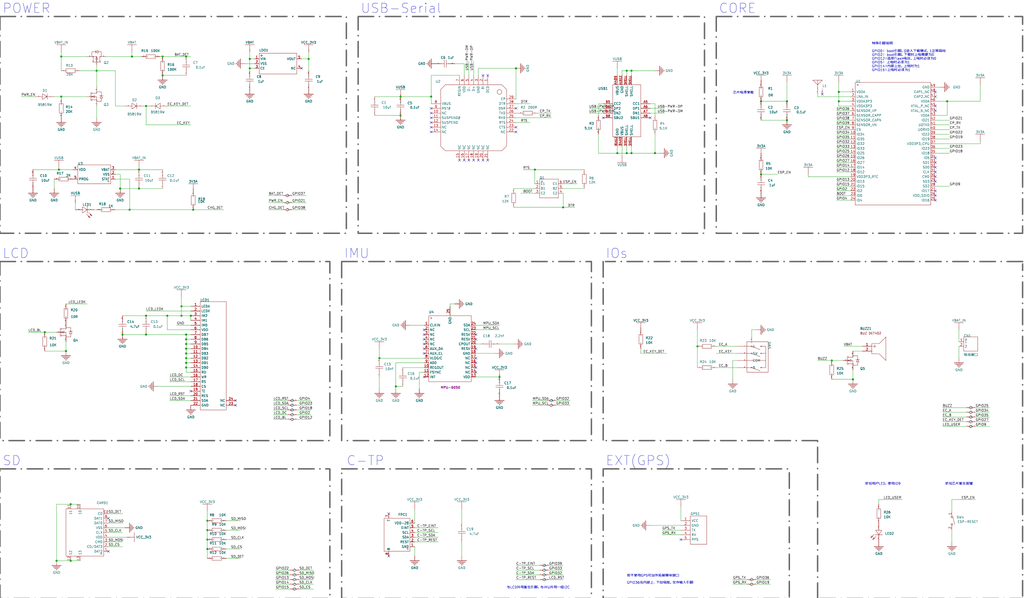
<source format=kicad_sch>
(kicad_sch (version 20250114) (generator "eeschema") (generator_version "9.0")
  (paper "User" 551.942 322.326)
  (rectangle (start 184.15 140.97) (end 318.77 237.49) (stroke (width 0.762) (type dash_dot) (color 102 102 102 1)))
  (rectangle (start 0 8.89) (end 186.69 125.73) (stroke (width 0.762) (type dash_dot) (color 102 102 102 1)))
  (rectangle (start 193.04 8.89) (end 379.73 125.73) (stroke (width 0.762) (type dash_dot) (color 102 102 102 1)))
  (rectangle (start 184.15 252.73) (end 318.77 322.58) (stroke (width 0.762) (type dash_dot) (color 102 102 102 1)))
  (rectangle (start 0 140.97) (end 177.8 237.49) (stroke (width 0.762) (type dash_dot) (color 102 102 102 1)))
  (rectangle (start 325.12 252.73) (end 425.45 322.58) (stroke (width 0.762) (type dash_dot) (color 102 102 102 1)))
  (rectangle (start 0 252.73) (end 177.8 322.58) (stroke (width 0.762) (type dash_dot) (color 102 102 102 1)))
  (rectangle (start 386.08 8.89) (end 551.18 125.73) (stroke (width 0.762) (type dash_dot) (color 102 102 102 1)))
  (text "IMU" (at 185.42 139.7 0) (effects (font (size 5.08 5.08)) (justify left bottom)))
  (text "EXT(GPS)" (at 326.39 251.46 0) (effects (font (size 5.08 5.08)) (justify left bottom)))
  (text "添加芯片复位按键" (at 509.27 261.62 0) (effects (font (size 1.27 1.27)) (justify left bottom)))
  (text "LCD" (at 1.27 139.7 0) (effects (font (size 5.08 5.08)) (justify left bottom)))
  (text "POWER" (at 1.27 7.62 0) (effects (font (size 5.08 5.08)) (justify left bottom)))
  (text "IOs" (at 326.39 139.7 0) (effects (font (size 5.08 5.08)) (justify left bottom)))
  (text "SD" (at 1.27 251.46 0) (effects (font (size 5.08 5.08)) (justify left bottom)))
  (text "添加用户LED，使用IO9" (at 466.09 261.62 0) (effects (font (size 1.27 1.27)) (justify left bottom)))
  (text "芯片电源使能" (at 394.97 50.8 0) (effects (font (size 1.27 1.27)) (justify left bottom)))
  (text "C-TP" (at 186.69 251.46 0) (effects (font (size 5.08 5.08)) (justify left bottom)))
  (text "与LCD共用复位引脚，与IMU共用一组I2C" (at 273.05 317.5 0) (effects (font (size 1.27 1.27)) (justify left bottom)))
  (text "若不使用GPS可当作拓展模块接口" (at 337.82 311.15 0) (effects (font (size 1.27 1.27)) (justify left bottom)))
  (text "CORE" (at 387.35 7.62 0) (effects (font (size 5.08 5.08)) (justify left bottom)))
  (text "USB-Serial" (at 194.31 7.62 0) (effects (font (size 5.08 5.08)) (justify left bottom)))
  (text "特殊引脚说明\n\nGPIO0： boot引脚，0进入下载模式，1正常启动\nGPIO2： boot引脚，下载时上电需要为0\nGPIO12：选择Flash电压，上电时必须为0\nGPIO5： 上电时必须为1\nGPIO14：内部上拉，上电时为1\nGPIO15：上电时必须为1" (at 469.9 22.86 0) (effects (font (size 1.27 1.27)) (justify left top)))
  (text "GPIO36无内部上、下拉电阻，仅作输入引脚" (at 337.82 314.96 0) (effects (font (size 1.27 1.27)) (justify left bottom)))
  (junction (at 375.92 186.69))
  (junction (at 213.36 208.28))
  (junction (at 424.18 64.77))
  (junction (at 337.82 82.55))
  (junction (at 74.93 91.44))
  (junction (at 66.04 180.34))
  (junction (at 100.33 187.96))
  (junction (at 100.33 195.58))
  (junction (at 111.76 295.91))
  (junction (at 410.21 93.98))
  (junction (at 100.33 30.48))
  (junction (at 100.33 180.34))
  (junction (at 78.74 180.34))
  (junction (at 78.74 170.18))
  (junction (at 215.9 52.07))
  (junction (at 340.36 82.55))
  (junction (at 97.79 170.18))
  (junction (at 510.54 54.61))
  (junction (at 64.77 101.6))
  (junction (at 353.06 82.55))
  (junction (at 100.33 198.12))
  (junction (at 111.76 290.83))
  (junction (at 71.12 30.48))
  (junction (at 278.13 36.83))
  (junction (at 337.82 38.1))
  (junction (at 269.24 203.2))
  (junction (at 100.33 185.42))
  (junction (at 87.63 40.64))
  (junction (at 35.56 189.23))
  (junction (at 104.14 113.03))
  (junction (at 33.02 52.07))
  (junction (at 102.87 170.18))
  (junction (at 166.37 31.75))
  (junction (at 459.74 204.47))
  (junction (at 452.12 49.53))
  (junction (at 87.63 30.48))
  (junction (at 134.62 31.75))
  (junction (at 424.18 54.61))
  (junction (at 215.9 62.23))
  (junction (at 111.76 285.75))
  (junction (at 448.31 194.31))
  (junction (at 78.74 57.15))
  (junction (at 410.21 54.61))
  (junction (at 452.12 54.61))
  (junction (at 100.33 193.04))
  (junction (at 204.47 193.04))
  (junction (at 232.41 52.07))
  (junction (at 74.93 101.6))
  (junction (at 38.1 302.26))
  (junction (at 100.33 182.88))
  (junction (at 33.02 30.48))
  (junction (at 111.76 280.67))
  (junction (at 340.36 38.1))
  (junction (at 97.79 165.1))
  (junction (at 69.85 113.03))
  (junction (at 38.1 271.78))
  (junction (at 100.33 190.5))
  (junction (at 24.13 179.07))
  (junction (at 332.74 82.55))
  (junction (at 288.29 91.44))
  (junction (at 134.62 36.83))
  (junction (at 52.07 38.1))
  (junction (at 31.75 91.44))
  (junction (at 303.53 111.76))
  (junction (at 30.48 302.26))
  (junction (at 90.17 170.18))
  (no_connect (at 255.27 86.36))
  (no_connect (at 102.87 210.82))
  (no_connect (at 162.56 36.83))
  (no_connect (at 58.42 279.4))
  (no_connect (at 504.19 87.63))
  (no_connect (at 209.55 299.72))
  (no_connect (at 232.41 68.58))
  (no_connect (at 504.19 102.87))
  (no_connect (at 260.35 86.36))
  (no_connect (at 278.13 71.12))
  (no_connect (at 325.12 63.5))
  (no_connect (at 232.41 60.96))
  (no_connect (at 257.81 86.36))
  (no_connect (at 232.41 58.42))
  (no_connect (at 209.55 276.86))
  (no_connect (at 247.65 86.36))
  (no_connect (at 252.73 86.36))
  (no_connect (at 504.19 57.15))
  (no_connect (at 228.6 180.34))
  (no_connect (at 228.6 185.42))
  (no_connect (at 260.35 40.64))
  (no_connect (at 504.19 59.69))
  (no_connect (at 256.54 187.96))
  (no_connect (at 504.19 52.07))
  (no_connect (at 262.89 86.36))
  (no_connect (at 256.54 180.34))
  (no_connect (at 504.19 107.95))
  (no_connect (at 256.54 195.58))
  (no_connect (at 228.6 182.88))
  (no_connect (at 228.6 177.8))
  (no_connect (at 256.54 182.88))
  (no_connect (at 504.19 97.79))
  (no_connect (at 228.6 203.2))
  (no_connect (at 504.19 105.41))
  (no_connect (at 262.89 40.64))
  (no_connect (at 256.54 200.66))
  (no_connect (at 504.19 49.53))
  (no_connect (at 232.41 63.5))
  (no_connect (at 504.19 92.71))
  (no_connect (at 367.03 290.83))
  (no_connect (at 443.23 50.8))
  (no_connect (at 232.41 66.04))
  (no_connect (at 232.41 71.12))
  (no_connect (at 250.19 86.36))
  (no_connect (at 256.54 193.04))
  (no_connect (at 504.19 95.25))
  (no_connect (at 350.52 63.5))
  (no_connect (at 127 218.44))
  (no_connect (at 228.6 190.5))
  (no_connect (at 278.13 58.42))
  (no_connect (at 256.54 198.12))
  (no_connect (at 58.42 297.18))
  (no_connect (at 278.13 68.58))
  (no_connect (at 228.6 187.96))
  (no_connect (at 127 215.9))
  (no_connect (at 504.19 90.17))
  (no_connect (at 504.19 85.09))
  (wire (pts (xy 223.52 274.32) (xy 223.52 281.94)))
  (wire (pts (xy 528.32 45.72) (xy 528.32 54.61)))
  (wire (pts (xy 29.21 52.07) (xy 33.02 52.07)))
  (wire (pts (xy 257.81 36.83) (xy 257.81 40.64)))
  (wire (pts (xy 62.23 38.1) (xy 62.23 57.15)))
  (wire (pts (xy 345.44 190.5) (xy 345.44 187.96)))
  (wire (pts (xy 504.19 64.77) (xy 511.81 64.77)))
  (wire (pts (xy 157.48 105.41) (xy 165.1 105.41)))
  (wire (pts (xy 458.47 97.79) (xy 450.85 97.79)))
  (wire (pts (xy 458.47 102.87) (xy 450.85 102.87)))
  (wire (pts (xy 33.02 27.94) (xy 33.02 30.48)))
  (wire (pts (xy 303.53 304.8) (xy 295.91 304.8)))
  (wire (pts (xy 335.28 38.1) (xy 335.28 40.64)))
  (wire (pts (xy 513.08 285.75) (xy 513.08 292.1)))
  (wire (pts (xy 278.13 36.83) (xy 278.13 53.34)))
  (wire (pts (xy 102.87 170.18) (xy 97.79 170.18)))
  (wire (pts (xy 337.82 38.1) (xy 340.36 38.1)))
  (wire (pts (xy 31.75 91.44) (xy 31.75 90.17)))
  (wire (pts (xy 137.16 34.29) (xy 132.08 34.29)))
  (wire (pts (xy 100.33 195.58) (xy 100.33 198.12)))
  (wire (pts (xy 104.14 113.03) (xy 69.85 113.03)))
  (wire (pts (xy 358.14 58.42) (xy 350.52 58.42)))
  (wire (pts (xy 223.52 289.56) (xy 236.22 289.56)))
  (wire (pts (xy 504.19 100.33) (xy 511.81 100.33)))
  (wire (pts (xy 375.92 186.69) (xy 375.92 198.12)))
  (wire (pts (xy 356.87 285.75) (xy 367.03 285.75)))
  (wire (pts (xy 458.47 87.63) (xy 450.85 87.63)))
  (wire (pts (xy 100.33 187.96) (xy 100.33 190.5)))
  (wire (pts (xy 33.02 53.34) (xy 33.02 52.07)))
  (wire (pts (xy 121.92 285.75) (xy 129.54 285.75)))
  (wire (pts (xy 332.74 40.64) (xy 332.74 36.83)))
  (wire (pts (xy 533.4 224.79) (xy 525.78 224.79)))
  (wire (pts (xy 322.58 55.88) (xy 325.12 55.88)))
  (wire (pts (xy 397.51 190.5) (xy 386.08 190.5)))
  (wire (pts (xy 513.08 269.24) (xy 525.78 269.24)))
  (wire (pts (xy 435.61 95.25) (xy 458.47 95.25)))
  (wire (pts (xy 52.07 46.99) (xy 52.07 38.1)))
  (polyline (pts (xy 325.12 140.97) (xy 325.12 237.49)) (stroke (width 0.762) (type dash_dot) (color 102 102 102 1)))
  (wire (pts (xy 290.83 307.34) (xy 278.13 307.34)))
  (wire (pts (xy 322.58 72.39) (xy 322.58 82.55)))
  (wire (pts (xy 533.4 219.71) (xy 525.78 219.71)))
  (wire (pts (xy 337.82 82.55) (xy 332.74 82.55)))
  (wire (pts (xy 78.74 170.18) (xy 90.17 170.18)))
  (wire (pts (xy 111.76 295.91) (xy 111.76 300.99)))
  (wire (pts (xy 504.19 74.93) (xy 511.81 74.93)))
  (wire (pts (xy 33.02 30.48) (xy 33.02 38.1)))
  (wire (pts (xy 303.53 111.76) (xy 276.86 111.76)))
  (wire (pts (xy 100.33 198.12) (xy 100.33 200.66)))
  (wire (pts (xy 120.65 113.03) (xy 104.14 113.03)))
  (wire (pts (xy 458.47 59.69) (xy 450.85 59.69)))
  (polyline (pts (xy 551.18 321.31) (xy 551.18 142.24)) (stroke (width 0.762) (type dash_dot) (color 102 102 102 1)))
  (wire (pts (xy 102.87 180.34) (xy 100.33 180.34)))
  (wire (pts (xy 100.33 180.34) (xy 100.33 182.88)))
  (wire (pts (xy 458.47 69.85) (xy 450.85 69.85)))
  (wire (pts (xy 407.67 177.8) (xy 405.13 177.8)))
  (wire (pts (xy 528.32 76.2) (xy 528.32 77.47)))
  (wire (pts (xy 30.48 302.26) (xy 38.1 302.26)))
  (wire (pts (xy 167.64 215.9) (xy 160.02 215.9)))
  (wire (pts (xy 317.5 58.42) (xy 325.12 58.42)))
  (wire (pts (xy 223.52 287.02) (xy 236.22 287.02)))
  (wire (pts (xy 303.53 309.88) (xy 295.91 309.88)))
  (wire (pts (xy 424.18 64.77) (xy 410.21 64.77)))
  (wire (pts (xy 223.52 284.48) (xy 236.22 284.48)))
  (wire (pts (xy 322.58 62.23) (xy 322.58 55.88)))
  (wire (pts (xy 504.19 82.55) (xy 511.81 82.55)))
  (wire (pts (xy 38.1 302.26) (xy 43.18 302.26)))
  (wire (pts (xy 504.19 62.23) (xy 510.54 62.23)))
  (wire (pts (xy 134.62 36.83) (xy 134.62 31.75)))
  (wire (pts (xy 405.13 177.8) (xy 405.13 181.61)))
  (wire (pts (xy 167.64 218.44) (xy 160.02 218.44)))
  (wire (pts (xy 137.16 36.83) (xy 134.62 36.83)))
  (wire (pts (xy 232.41 52.07) (xy 232.41 40.64)))
  (wire (pts (xy 452.12 54.61) (xy 458.47 54.61)))
  (wire (pts (xy 290.83 309.88) (xy 278.13 309.88)))
  (wire (pts (xy 303.53 312.42) (xy 295.91 312.42)))
  (wire (pts (xy 100.33 180.34) (xy 78.74 180.34)))
  (wire (pts (xy 166.37 38.1) (xy 166.37 31.75)))
  (wire (pts (xy 473.71 269.24) (xy 473.71 271.78)))
  (wire (pts (xy 397.51 198.12) (xy 386.08 198.12)))
  (wire (pts (xy 24.13 179.07) (xy 15.24 179.07)))
  (wire (pts (xy 156.21 309.88) (xy 148.59 309.88)))
  (wire (pts (xy 35.56 189.23) (xy 35.56 184.15)))
  (wire (pts (xy 424.18 54.61) (xy 410.21 54.61)))
  (wire (pts (xy 508 219.71) (xy 520.7 219.71)))
  (wire (pts (xy 255.27 40.64) (xy 255.27 33.02)))
  (wire (pts (xy 30.48 271.78) (xy 30.48 302.26)))
  (wire (pts (xy 52.07 38.1) (xy 62.23 38.1)))
  (wire (pts (xy 278.13 55.88) (xy 285.75 55.88)))
  (wire (pts (xy 102.87 185.42) (xy 100.33 185.42)))
  (wire (pts (xy 74.93 91.44) (xy 74.93 90.17)))
  (wire (pts (xy 440.69 194.31) (xy 448.31 194.31)))
  (wire (pts (xy 62.23 96.52) (xy 69.85 96.52)))
  (wire (pts (xy 147.32 223.52) (xy 154.94 223.52)))
  (wire (pts (xy 69.85 96.52) (xy 69.85 113.03)))
  (wire (pts (xy 11.43 52.07) (xy 19.05 52.07)))
  (wire (pts (xy 294.64 218.44) (xy 287.02 218.44)))
  (polyline (pts (xy 440.69 237.49) (xy 326.39 237.49)) (stroke (width 0.762) (type dash_dot) (color 102 102 102 1)))
  (wire (pts (xy 68.58 289.56) (xy 58.42 289.56)))
  (wire (pts (xy 458.47 72.39) (xy 450.85 72.39)))
  (wire (pts (xy 134.62 31.75) (xy 137.16 31.75)))
  (wire (pts (xy 156.21 312.42) (xy 148.59 312.42)))
  (wire (pts (xy 340.36 38.1) (xy 353.06 38.1)))
  (wire (pts (xy 358.14 60.96) (xy 350.52 60.96)))
  (wire (pts (xy 533.4 227.33) (xy 525.78 227.33)))
  (wire (pts (xy 74.93 91.44) (xy 62.23 91.44)))
  (wire (pts (xy 97.79 170.18) (xy 97.79 165.1)))
  (wire (pts (xy 311.15 99.06) (xy 303.53 99.06)))
  (wire (pts (xy 226.06 200.66) (xy 226.06 209.55)))
  (wire (pts (xy 228.6 195.58) (xy 213.36 195.58)))
  (wire (pts (xy 74.93 101.6) (xy 87.63 101.6)))
  (wire (pts (xy 504.19 54.61) (xy 510.54 54.61)))
  (wire (pts (xy 102.87 182.88) (xy 100.33 182.88)))
  (wire (pts (xy 299.72 215.9) (xy 307.34 215.9)))
  (wire (pts (xy 156.21 317.5) (xy 148.59 317.5)))
  (wire (pts (xy 290.83 304.8) (xy 278.13 304.8)))
  (wire (pts (xy 90.17 57.15) (xy 102.87 57.15)))
  (wire (pts (xy 458.47 105.41) (xy 450.85 105.41)))
  (wire (pts (xy 102.87 205.74) (xy 91.44 205.74)))
  (wire (pts (xy 250.19 34.29) (xy 245.11 34.29)))
  (wire (pts (xy 134.62 27.94) (xy 134.62 31.75)))
  (wire (pts (xy 340.36 40.64) (xy 340.36 38.1)))
  (wire (pts (xy 102.87 203.2) (xy 91.44 203.2)))
  (wire (pts (xy 269.24 185.42) (xy 276.86 185.42)))
  (wire (pts (xy 458.47 100.33) (xy 450.85 100.33)))
  (wire (pts (xy 394.97 312.42) (xy 402.59 312.42)))
  (wire (pts (xy 419.1 93.98) (xy 410.21 93.98)))
  (wire (pts (xy 458.47 57.15) (xy 452.12 57.15)))
  (wire (pts (xy 121.92 295.91) (xy 129.54 295.91)))
  (wire (pts (xy 228.6 193.04) (xy 204.47 193.04)))
  (wire (pts (xy 102.87 30.48) (xy 100.33 30.48)))
  (wire (pts (xy 458.47 85.09) (xy 450.85 85.09)))
  (wire (pts (xy 256.54 175.26) (xy 269.24 175.26)))
  (wire (pts (xy 121.92 280.67) (xy 129.54 280.67)))
  (wire (pts (xy 309.88 111.76) (xy 303.53 111.76)))
  (wire (pts (xy 448.31 194.31) (xy 454.66 194.31)))
  (wire (pts (xy 458.47 67.31) (xy 450.85 67.31)))
  (wire (pts (xy 459.74 199.39) (xy 459.74 204.47)))
  (wire (pts (xy 217.17 198.12) (xy 228.6 198.12)))
  (wire (pts (xy 452.12 57.15) (xy 452.12 54.61)))
  (wire (pts (xy 50.8 113.03) (xy 52.07 113.03)))
  (wire (pts (xy 280.67 104.14) (xy 288.29 104.14)))
  (wire (pts (xy 66.04 170.18) (xy 78.74 170.18)))
  (wire (pts (xy 147.32 226.06) (xy 154.94 226.06)))
  (wire (pts (xy 102.87 198.12) (xy 100.33 198.12)))
  (wire (pts (xy 458.47 49.53) (xy 452.12 49.53)))
  (wire (pts (xy 340.36 82.55) (xy 353.06 82.55)))
  (wire (pts (xy 288.29 91.44) (xy 314.96 91.44)))
  (wire (pts (xy 157.48 113.03) (xy 165.1 113.03)))
  (wire (pts (xy 217.17 208.28) (xy 213.36 208.28)))
  (wire (pts (xy 248.92 292.1) (xy 248.92 299.72)))
  (wire (pts (xy 415.29 314.96) (xy 407.67 314.96)))
  (wire (pts (xy 228.6 175.26) (xy 220.98 175.26)))
  (wire (pts (xy 90.17 177.8) (xy 90.17 170.18)))
  (wire (pts (xy 39.37 91.44) (xy 31.75 91.44)))
  (wire (pts (xy 102.87 208.28) (xy 85.09 208.28)))
  (wire (pts (xy 147.32 215.9) (xy 154.94 215.9)))
  (wire (pts (xy 71.12 30.48) (xy 57.15 30.48)))
  (wire (pts (xy 510.54 62.23) (xy 510.54 54.61)))
  (wire (pts (xy 157.48 109.22) (xy 165.1 109.22)))
  (wire (pts (xy 504.19 77.47) (xy 528.32 77.47)))
  (wire (pts (xy 111.76 280.67) (xy 111.76 285.75)))
  (wire (pts (xy 156.21 314.96) (xy 148.59 314.96)))
  (wire (pts (xy 486.41 269.24) (xy 473.71 269.24)))
  (wire (pts (xy 242.57 163.83) (xy 245.11 163.83)))
  (wire (pts (xy 394.97 194.31) (xy 397.51 194.31)))
  (wire (pts (xy 78.74 57.15) (xy 80.01 57.15)))
  (wire (pts (xy 204.47 209.55) (xy 204.47 203.2)))
  (wire (pts (xy 337.82 38.1) (xy 337.82 40.64)))
  (wire (pts (xy 66.04 292.1) (xy 58.42 292.1)))
  (wire (pts (xy 533.4 222.25) (xy 525.78 222.25)))
  (wire (pts (xy 504.19 67.31) (xy 511.81 67.31)))
  (wire (pts (xy 213.36 208.28) (xy 213.36 195.58)))
  (wire (pts (xy 66.04 281.94) (xy 58.42 281.94)))
  (wire (pts (xy 121.92 300.99) (xy 129.54 300.99)))
  (wire (pts (xy 24.13 189.23) (xy 35.56 189.23)))
  (wire (pts (xy 111.76 290.83) (xy 111.76 295.91)))
  (wire (pts (xy 394.97 204.47) (xy 394.97 194.31)))
  (wire (pts (xy 121.92 290.83) (xy 129.54 290.83)))
  (wire (pts (xy 204.47 187.96) (xy 204.47 193.04)))
  (wire (pts (xy 248.92 274.32) (xy 248.92 281.94)))
  (wire (pts (xy 102.87 215.9) (xy 91.44 215.9)))
  (wire (pts (xy 458.47 74.93) (xy 450.85 74.93)))
  (wire (pts (xy 102.87 177.8) (xy 90.17 177.8)))
  (wire (pts (xy 64.77 101.6) (xy 64.77 93.98)))
  (wire (pts (xy 367.03 280.67) (xy 367.03 273.05)))
  (wire (pts (xy 78.74 57.15) (xy 78.74 67.31)))
  (wire (pts (xy 278.13 60.96) (xy 279.4 60.96)))
  (wire (pts (xy 314.96 101.6) (xy 303.53 101.6)))
  (wire (pts (xy 288.29 99.06) (xy 288.29 91.44)))
  (wire (pts (xy 397.51 186.69) (xy 386.08 186.69)))
  (wire (pts (xy 147.32 220.98) (xy 154.94 220.98)))
  (wire (pts (xy 62.23 57.15) (xy 67.31 57.15)))
  (wire (pts (xy 90.17 170.18) (xy 97.79 170.18)))
  (wire (pts (xy 87.63 30.48) (xy 100.33 30.48)))
  (wire (pts (xy 458.47 62.23) (xy 450.85 62.23)))
  (wire (pts (xy 332.74 82.55) (xy 332.74 78.74)))
  (wire (pts (xy 424.18 44.45) (xy 424.18 54.61)))
  (wire (pts (xy 152.4 113.03) (xy 144.78 113.03)))
  (wire (pts (xy 102.87 165.1) (xy 97.79 165.1)))
  (wire (pts (xy 533.4 229.87) (xy 525.78 229.87)))
  (wire (pts (xy 64.77 93.98) (xy 62.23 93.98)))
  (wire (pts (xy 359.41 190.5) (xy 345.44 190.5)))
  (wire (pts (xy 513.08 275.59) (xy 513.08 269.24)))
  (wire (pts (xy 52.07 38.1) (xy 43.18 38.1)))
  (wire (pts (xy 62.23 113.03) (xy 69.85 113.03)))
  (wire (pts (xy 162.56 31.75) (xy 166.37 31.75)))
  (wire (pts (xy 322.58 82.55) (xy 332.74 82.55)))
  (wire (pts (xy 317.5 60.96) (xy 325.12 60.96)))
  (wire (pts (xy 223.52 299.72) (xy 223.52 294.64)))
  (wire (pts (xy 435.61 93.98) (xy 435.61 95.25)))
  (wire (pts (xy 111.76 285.75) (xy 111.76 290.83)))
  (wire (pts (xy 259.08 185.42) (xy 256.54 185.42)))
  (wire (pts (xy 454.66 186.69) (xy 464.82 186.69)))
  (wire (pts (xy 67.31 284.48) (xy 58.42 284.48)))
  (wire (pts (xy 213.36 209.55) (xy 213.36 208.28)))
  (wire (pts (xy 415.29 312.42) (xy 407.67 312.42)))
  (wire (pts (xy 458.47 64.77) (xy 450.85 64.77)))
  (wire (pts (xy 278.13 36.83) (xy 257.81 36.83)))
  (wire (pts (xy 452.12 44.45) (xy 452.12 49.53)))
  (wire (pts (xy 290.83 312.42) (xy 278.13 312.42)))
  (wire (pts (xy 520.7 229.87) (xy 508 229.87)))
  (wire (pts (xy 100.33 190.5) (xy 100.33 193.04)))
  (wire (pts (xy 303.53 307.34) (xy 295.91 307.34)))
  (wire (pts (xy 356.87 288.29) (xy 367.03 288.29)))
  (wire (pts (xy 256.54 177.8) (xy 269.24 177.8)))
  (wire (pts (xy 87.63 40.64) (xy 100.33 40.64)))
  (wire (pts (xy 152.4 105.41) (xy 144.78 105.41)))
  (wire (pts (xy 281.94 91.44) (xy 288.29 91.44)))
  (wire (pts (xy 367.03 283.21) (xy 350.52 283.21)))
  (wire (pts (xy 297.18 60.96) (xy 289.56 60.96)))
  (wire (pts (xy 102.87 167.64) (xy 78.74 167.64)))
  (wire (pts (xy 100.33 200.66) (xy 102.87 200.66)))
  (wire (pts (xy 458.47 90.17) (xy 450.85 90.17)))
  (wire (pts (xy 242.57 165.1) (xy 242.57 163.83)))
  (wire (pts (xy 43.18 271.78) (xy 38.1 271.78)))
  (wire (pts (xy 161.29 312.42) (xy 168.91 312.42)))
  (wire (pts (xy 508 222.25) (xy 520.7 222.25)))
  (wire (pts (xy 458.47 77.47) (xy 450.85 77.47)))
  (wire (pts (xy 340.36 78.74) (xy 340.36 82.55)))
  (wire (pts (xy 458.47 80.01) (xy 450.85 80.01)))
  (wire (pts (xy 458.47 92.71) (xy 450.85 92.71)))
  (wire (pts (xy 167.64 226.06) (xy 160.02 226.06)))
  (wire (pts (xy 353.06 82.55) (xy 355.6 82.55)))
  (wire (pts (xy 223.52 292.1) (xy 236.22 292.1)))
  (wire (pts (xy 288.29 101.6) (xy 276.86 101.6)))
  (wire (pts (xy 508 224.79) (xy 520.7 224.79)))
  (wire (pts (xy 278.13 63.5) (xy 297.18 63.5)))
  (wire (pts (xy 100.33 185.42) (xy 100.33 187.96)))
  (wire (pts (xy 353.06 72.39) (xy 353.06 82.55)))
  (wire (pts (xy 156.21 307.34) (xy 148.59 307.34)))
  (wire (pts (xy 337.82 38.1) (xy 335.28 38.1)))
  (wire (pts (xy 508 227.33) (xy 520.7 227.33)))
  (wire (pts (xy 167.64 223.52) (xy 160.02 223.52)))
  (wire (pts (xy 40.64 113.03) (xy 40.64 109.22)))
  (polyline (pts (xy 551.18 140.97) (xy 326.39 140.97)) (stroke (width 0.762) (type dash_dot) (color 102 102 102 1)))
  (wire (pts (xy 504.19 72.39) (xy 511.81 72.39)))
  (wire (pts (xy 440.69 50.8) (xy 440.69 52.07)))
  (wire (pts (xy 161.29 314.96) (xy 168.91 314.96)))
  (polyline (pts (xy 441.96 322.58) (xy 551.18 322.58)) (stroke (width 0.762) (type dash_dot) (color 102 102 102 1)))
  (wire (pts (xy 33.02 30.48) (xy 46.99 30.48)))
  (wire (pts (xy 215.9 52.07) (xy 232.41 52.07)))
  (wire (pts (xy 440.69 52.07) (xy 458.47 52.07)))
  (wire (pts (xy 166.37 31.75) (xy 166.37 27.94)))
  (wire (pts (xy 278.13 66.04) (xy 285.75 66.04)))
  (wire (pts (xy 66.04 180.34) (xy 78.74 180.34)))
  (wire (pts (xy 38.1 271.78) (xy 30.48 271.78)))
  (wire (pts (xy 232.41 40.64) (xy 247.65 40.64)))
  (wire (pts (xy 102.87 195.58) (xy 100.33 195.58)))
  (wire (pts (xy 29.21 101.6) (xy 29.21 96.52)))
  (wire (pts (xy 71.12 27.94) (xy 71.12 30.48)))
  (wire (pts (xy 516.89 177.8) (xy 516.89 184.15)))
  (wire (pts (xy 102.87 187.96) (xy 100.33 187.96)))
  (wire (pts (xy 252.73 40.64) (xy 252.73 33.02)))
  (wire (pts (xy 86.36 30.48) (xy 87.63 30.48)))
  (wire (pts (xy 250.19 40.64) (xy 250.19 34.29)))
  (wire (pts (xy 78.74 67.31) (xy 102.87 67.31)))
  (wire (pts (xy 335.28 78.74) (xy 335.28 83.82)))
  (wire (pts (xy 394.97 314.96) (xy 402.59 314.96)))
  (wire (pts (xy 452.12 49.53) (xy 452.12 54.61)))
  (wire (pts (xy 102.87 175.26) (xy 95.25 175.26)))
  (wire (pts (xy 215.9 62.23) (xy 201.93 62.23)))
  (wire (pts (xy 52.07 57.15) (xy 52.07 63.5)))
  (wire (pts (xy 350.52 55.88) (xy 353.06 55.88)))
  (wire (pts (xy 111.76 275.59) (xy 111.76 280.67)))
  (wire (pts (xy 66.04 276.86) (xy 58.42 276.86)))
  (wire (pts (xy 161.29 307.34) (xy 168.91 307.34)))
  (wire (pts (xy 102.87 190.5) (xy 100.33 190.5)))
  (wire (pts (xy 459.74 204.47) (xy 448.31 204.47)))
  (wire (pts (xy 76.2 30.48) (xy 71.12 30.48)))
  (wire (pts (xy 375.92 177.8) (xy 375.92 186.69)))
  (wire (pts (xy 97.79 165.1) (xy 97.79 160.02)))
  (wire (pts (xy 87.63 91.44) (xy 74.93 91.44)))
  (wire (pts (xy 504.19 80.01) (xy 511.81 80.01)))
  (wire (pts (xy 147.32 218.44) (xy 154.94 218.44)))
  (wire (pts (xy 516.89 193.04) (xy 516.89 186.69)))
  (wire (pts (xy 66.04 294.64) (xy 58.42 294.64)))
  (wire (pts (xy 33.02 52.07) (xy 46.99 52.07)))
  (wire (pts (xy 299.72 218.44) (xy 307.34 218.44)))
  (wire (pts (xy 31.75 91.44) (xy 17.78 91.44)))
  (wire (pts (xy 504.19 46.99) (xy 506.73 46.99)))
  (wire (pts (xy 134.62 36.83) (xy 134.62 38.1)))
  (wire (pts (xy 64.77 101.6) (xy 74.93 101.6)))
  (wire (pts (xy 294.64 215.9) (xy 287.02 215.9)))
  (wire (pts (xy 52.07 35.56) (xy 52.07 38.1)))
  (wire (pts (xy 464.82 189.23) (xy 459.74 189.23)))
  (wire (pts (xy 102.87 213.36) (xy 91.44 213.36)))
  (wire (pts (xy 458.47 107.95) (xy 450.85 107.95)))
  (polyline (pts (xy 440.69 322.58) (xy 440.69 237.49)) (stroke (width 0.762) (type dash_dot) (color 102 102 102 1)))
  (wire (pts (xy 161.29 309.88) (xy 168.91 309.88)))
  (wire (pts (xy 152.4 109.22) (xy 144.78 109.22)))
  (wire (pts (xy 161.29 317.5) (xy 168.91 317.5)))
  (wire (pts (xy 35.56 163.83) (xy 46.99 163.83)))
  (wire (pts (xy 228.6 200.66) (xy 226.06 200.66)))
  (wire (pts (xy 167.64 220.98) (xy 160.02 220.98)))
  (wire (pts (xy 458.47 82.55) (xy 450.85 82.55)))
  (wire (pts (xy 337.82 82.55) (xy 337.82 78.74)))
  (wire (pts (xy 100.33 182.88) (xy 100.33 185.42)))
  (wire (pts (xy 232.41 52.07) (xy 232.41 55.88)))
  (wire (pts (xy 24.13 179.07) (xy 30.48 179.07)))
  (wire (pts (xy 256.54 190.5) (xy 266.7 190.5)))
  (wire (pts (xy 353.06 55.88) (xy 353.06 62.23)))
  (wire (pts (xy 256.54 203.2) (xy 269.24 203.2)))
  (wire (pts (xy 504.19 69.85) (xy 511.81 69.85)))
  (wire (pts (xy 102.87 193.04) (xy 100.33 193.04)))
  (wire (pts (xy 215.9 52.07) (xy 201.93 52.07)))
  (wire (pts (xy 340.36 82.55) (xy 337.82 82.55)))
  (wire (pts (xy 303.53 104.14) (xy 303.53 111.76)))
  (wire (pts (xy 510.54 54.61) (xy 528.32 54.61)))
  (wire (pts (xy 66.04 287.02) (xy 58.42 287.02)))
  (wire (pts (xy 100.33 193.04) (xy 100.33 195.58)))
  (wire (pts (xy 77.47 57.15) (xy 78.74 57.15)))
  (wire (pts (xy 102.87 172.72) (xy 102.87 170.18)))
  (label "GPIO14" (at 148.6408 314.96 0))
  (label "BAT_DET" (at 144.8054 105.41 0))
  (label "BUZZ" (at 440.69 194.31 0))
  (label "GPIO27" (at 525.78 227.33 0))
  (label "GPS_RX" (at 395.0208 314.96 0))
  (label "SD_DET" (at 124.46 300.99 0))
  (label "LCD_LEDK" (at 36.83 163.83 0))
  (label "LCD_SCL" (at 147.3708 220.98 0))
  (label "MPU_SDA" (at 260.35 175.26 0))
  (label "LCD_RST" (at 91.4654 213.36 0))
  (label "GPIO13" (at 148.6408 312.42 0))
  (label "USB-PWR-DM" (at 354.33 60.96 0))
  (label "LCD_SDA" (at 147.3454 218.44 0))
  (label "C-TP_SDA" (at 278.1808 309.88 0))
  (label "BAT_DET" (at 93.98 30.48 0))
  (label "GPIO12" (at 161.29 226.06 0))
  (label "GPIO36" (at 450.85 59.69 0))
  (label "PWR_EN" (at 144.8054 109.22 0))
  (label "LCD_RST" (at 147.3454 215.9 0))
  (label "GPIO33" (at 299.72 218.44 0))
  (label "C-TP_SCL" (at 224.79 287.02 0))
  (label "GPIO32" (at 450.85 77.47 0))
  (label "GPIO37" (at 450.85 62.23 0))
  (label "GPIO4" (at 161.29 215.9 0))
  (label "PWR_EN" (at 11.4554 52.07 0))
  (label "DTR" (at 280.67 55.88 0))
  (label "GPIO27" (at 450.85 87.63 0))
  (label "EC_KEY" (at 95.25 67.31 0))
  (label "ESP_EN" (at 518.16 269.24 0))
  (label "GPIO36" (at 407.67 312.42 0))
  (label "GND" (at 95.2754 175.26 0))
  (label "LCD_LEDK" (at 78.7654 167.64 0))
  (label "SD_CLK" (at 161.29 314.96 0))
  (label "ESP_EN" (at 303.53 99.06 0))
  (label "SD_MOSI" (at 58.42 292.1 0))
  (label "GPIO39" (at 450.85 67.31 0))
  (label "GPS_TX" (at 356.9208 285.75 0))
  (label "CHG_DET" (at 144.8308 113.03 0))
  (label "BOOT" (at 281.9908 104.14 0))
  (label "EC_B" (at 387.4008 198.12 0))
  (label "GPIO12" (at 450.85 92.71 0))
  (label "SD_CLK" (at 58.42 287.02 0))
  (label "LCD_BL" (at 147.3708 226.06 0))
  (label "GPIO25" (at 450.85 82.55 0))
  (label "LCD_BL" (at 15.24 179.07 0))
  (label "CP_TX" (at 511.81 69.85 0))
  (label "GPIO32" (at 299.72 215.9 0))
  (label "SD_DET" (at 161.29 307.34 0))
  (label "BUZZ" (at 508.0508 219.71 0))
  (label "USB-PWR-DP" (at 255.27 38.1 90))
  (label "DTR" (at 306.07 111.76 0))
  (label "LED_USER" (at 508.0508 229.87 0))
  (label "ESP_EN" (at 419.1 93.98 0))
  (label "GPIO33" (at 295.91 307.34 0))
  (label "GPIO2" (at 450.85 102.87 0))
  (label "SD_MOSI" (at 161.29 312.42 0))
  (label "EC_A" (at 387.4008 186.69 0))
  (label "GPIO18" (at 511.81 82.55 0))
  (label "EC_A" (at 508.0508 222.25 0))
  (label "GPS_TX" (at 395.0208 312.42 0))
  (label "SD_MISO" (at 58.42 281.94 0))
  (label "LCD_SCL" (at 91.4654 205.74 0))
  (label "GPIO34" (at 450.85 72.39 0))
  (label "GPIO26" (at 450.85 85.09 0))
  (label "C-TP_SDA" (at 224.79 289.56 0))
  (label "C-TP_EINT" (at 224.79 284.48 0))
  (label "EC_KEY_DET" (at 508.0508 227.33 0))
  (label "GPIO35" (at 450.85 74.93 0))
  (label "VBAT" (at 454.7108 186.69 0))
  (label "EC_B" (at 508.0508 224.79 0))
  (label "CP_TX" (at 290.83 60.96 0))
  (label "C-TP_REST" (at 278.2062 312.42 0))
  (label "GPIO14" (at 450.85 90.17 0))
  (label "C-TP_SCL" (at 278.2062 307.34 0))
  (label "SD_CS" (at 58.42 294.64 0))
  (label "RTS" (at 281.94 91.44 0))
  (label "GPIO38" (at 450.85 64.77 0))
  (label "GPIO19" (at 511.81 74.93 0))
  (label "GPIO15" (at 148.6408 317.5 0))
  (label "GPS_RX" (at 356.9208 288.29 0))
  (label "MPU_SCL" (at 287.0454 218.44 0))
  (label "GPIO18" (at 161.29 220.98 0))
  (label "LCD_RST" (at 295.91 312.42 0))
  (label "USB-PWR-DP" (at 354.33 58.42 0))
  (label "USB-PWR-DM" (at 317.5 60.96 0))
  (label "RTS" (at 280.67 66.04 0))
  (label "GPIO4" (at 450.85 107.95 0))
  (label "GPIO21" (at 157.48 109.22 0))
  (label "LCD_DC" (at 147.3708 223.52 0))
  (label "GPIO22" (at 148.6408 307.34 0))
  (label "CHG_DET" (at 111.76 113.03 0))
  (label "GPIO38" (at 157.48 113.03 0))
  (label "SD_CS" (at 124.46 295.91 0))
  (label "SD_CS" (at 161.29 317.5 0))
  (label "LCD_SDA" (at 91.4654 215.9 0))
  (label "GPIO25" (at 525.78 219.71 0))
  (label "GPIO23" (at 511.81 80.01 0))
  (label "GPIO19" (at 407.67 314.96 0))
  (label "EC_KEY" (at 387.4008 190.5 0))
  (label "USB-PWR-DM" (at 252.73 38.1 90))
  (label "MPU_SDA" (at 287.0454 215.9 0))
  (label "USB-PWR-DP" (at 317.5 58.42 0))
  (label "GPIO33" (at 450.85 80.01 0))
  (label "BOOT" (at 450.85 105.41 0))
  (label "CP_RX" (at 511.81 67.31 0))
  (label "GPIO22" (at 511.81 72.39 0))
  (label "GPIO13" (at 450.85 97.79 0))
  (label "GPIO32" (at 295.91 309.88 0))
  (label "SD_MISO" (at 124.46 280.67 0))
  (label "GPIO37" (at 157.48 105.41 0))
  (label "C-TP_REST" (at 224.79 292.1 0))
  (label "CP_RX" (at 290.83 63.5 0))
  (label "GPIO23" (at 161.29 218.44 0))
  (label "SD_CLK" (at 124.46 290.83 0))
  (label "GPIO9" (at 511.81 100.33 0))
  (label "MPU_SCL" (at 260.35 177.8 0))
  (label "GPIO9" (at 525.78 229.87 0))
  (label "GPIO15" (at 450.85 100.33 0))
  (label "LCD_DC" (at 91.4654 203.2 0))
  (label "LED_USER" (at 476.25 269.24 0))
  (label "GPIO21" (at 511.81 64.77 0))
  (label "SD_DET" (at 58.42 276.86 0))
  (label "SD_MOSI" (at 124.46 285.75 0))
  (label "SD_MISO" (at 161.29 309.88 0))
  (label "GPIO34" (at 525.78 222.25 0))
  (label "GPIO2" (at 161.29 223.52 0))
  (label "EC_KEY_DET" (at 90.17 57.15 0))
  (label "C-TP_EINT" (at 278.2062 304.8 0))
  (label "GPIO26" (at 148.6408 309.88 0))
  (label "ESP_EN" (at 450.85 69.85 0))
  (label "GPIO39" (at 295.91 304.8 0))
  (label "GPIO35" (at 525.78 224.79 0))
  (label "EC_KEY_DET" (at 346.71 190.5 0))
  (symbol (lib_id "ProPrj_【Pe-easyedapro:TR0402D10KQ1025") (at 448.31 199.39 90) (unit 1)
    (property "Reference" "R25" (at 450.85 199.39 90) (effects (justify right top)))
    (property "Value" "10K" (at 450.85 201.93 90) (effects (justify right top)))
    (property "Footprint" "ProPrj_【Pe-easyedapro:R0402" (effects (hide yes)))
    (property "Datasheet" "https://atta.szlcsc.com/upload/public/pdf/source/20190415/C149898_7B08651CD36798FFD08F99A8D38CFCAF.pdf" (effects (hide yes)))
    (property "Description" "电阻类型:薄膜电阻;阻值:10k;精度:±0.5%;功率:63mW;温度系数:±25ppm/;最大工作电压:25V;工作温度范围:-55~+155;" (effects (hide yes)))
    (property "Manufacturer Part" "TR0402D10K0Q1025Z" (effects (hide yes)))
    (property "Manufacturer" "EVER OHMS(天二科技)" (effects (hide yes)))
    (property "Supplier Part" "C149898" (effects (hide yes)))
    (property "Supplier" "LCSC" (effects (hide yes)))
    (property "LCSC Part Name" "10k ±0.5%" (effects (hide yes)))
    (property "Operating Temperature Range" "-55~+155" (effects (hide yes)))
    (property "Temperature Coefficient" "±25ppm/" (effects (hide yes)))
  )
  (symbol (lib_id "ProPrj_【Pe-easyedapro:TR0402D10KQ1025") (at 116.84 290.83 180) (unit 1)
    (property "Reference" "R10" (at 116.84 287.02 0) (effects (justify left bottom)))
    (property "Value" "10K" (at 121.92 287.02 0) (effects (justify left bottom)))
    (property "Footprint" "ProPrj_【Pe-easyedapro:R0402" (effects (hide yes)))
    (property "Datasheet" "https://atta.szlcsc.com/upload/public/pdf/source/20190415/C149898_7B08651CD36798FFD08F99A8D38CFCAF.pdf" (effects (hide yes)))
    (property "Description" "电阻类型:薄膜电阻;阻值:10k;精度:±0.5%;功率:63mW;温度系数:±25ppm/;最大工作电压:25V;工作温度范围:-55~+155;" (effects (hide yes)))
    (property "Manufacturer Part" "TR0402D10K0Q1025Z" (effects (hide yes)))
    (property "Manufacturer" "EVER OHMS(天二科技)" (effects (hide yes)))
    (property "Supplier Part" "C149898" (effects (hide yes)))
    (property "Supplier" "LCSC" (effects (hide yes)))
    (property "LCSC Part Name" "10k ±0.5%" (effects (hide yes)))
    (property "Operating Temperature Range" "-55~+155" (effects (hide yes)))
    (property "Temperature Coefficient" "±25ppm/" (effects (hide yes)))
  )
  (symbol (lib_id "ProPrj_【Pe-easyedapro:FN15X104K250PNG") (at 87.63 96.52 90) (unit 1)
    (property "Reference" "C12" (at 93.98 94.0054 90) (effects (justify left bottom)))
    (property "Value" "0.1uf" (at 96.52 96.52 90) (effects (justify left bottom)))
    (property "Footprint" "ProPrj_【Pe-easyedapro:C0402" (effects (hide yes)))
    (property "Datasheet" "https://atta.szlcsc.com/upload/public/pdf/source/20200506/C436246_4EAA78C9048D88437BAF2CB7B8BE45FD.pdf" (effects (hide yes)))
    (property "Description" "容值:100nF;精度:±10%;额定电压:25V;温度系数:X7R;" (effects (hide yes)))
    (property "Manufacturer Part" "FN15X104K250PNG" (effects (hide yes)))
    (property "Manufacturer" "PSA(信昌电陶)" (effects (hide yes)))
    (property "Supplier Part" "C525225" (effects (hide yes)))
    (property "Supplier" "LCSC" (effects (hide yes)))
    (property "LCSC Part Name" "100nF ±10% 25V" (effects (hide yes)))
  )
  (symbol (lib_id "ProPrj_【Pe-easyedapro:FN15X104K250PNG") (at 66.04 175.26 90) (unit 1)
    (property "Reference" "C14" (at 72.39 172.72 90) (effects (justify left bottom)))
    (property "Value" "4.7uf" (at 75.1586 175.2854 90) (effects (justify left bottom)))
    (property "Footprint" "ProPrj_【Pe-easyedapro:C0402" (effects (hide yes)))
    (property "Datasheet" "https://atta.szlcsc.com/upload/public/pdf/source/20200506/C436246_4EAA78C9048D88437BAF2CB7B8BE45FD.pdf" (effects (hide yes)))
    (property "Description" "容值:100nF;精度:±10%;额定电压:25V;温度系数:X7R;" (effects (hide yes)))
    (property "Manufacturer Part" "FN15X104K250PNG" (effects (hide yes)))
    (property "Manufacturer" "PSA(信昌电陶)" (effects (hide yes)))
    (property "Supplier Part" "C525225" (effects (hide yes)))
    (property "Supplier" "LCSC" (effects (hide yes)))
    (property "LCSC Part Name" "100nF ±10% 25V" (effects (hide yes)))
  )
  (symbol (lib_id "ProPrj_【Pe-easyedapro:Ground-GND") (at 204.47 209.55 0) (unit 1)
    (property "Reference" "#PWR?" (effects (hide yes)))
    (property "Value" "GND" (at 204.47 215.9 0))
    (property "Footprint" "ProPrj_【Pe-easyedapro:" (effects (hide yes)))
  )
  (symbol (lib_id "ProPrj_【Pe-easyedapro:Ground-GND") (at 213.36 209.55 0) (unit 1)
    (property "Reference" "#PWR?" (effects (hide yes)))
    (property "Value" "GND" (at 213.36 215.9 0))
    (property "Footprint" "ProPrj_【Pe-easyedapro:" (effects (hide yes)))
  )
  (symbol (lib_id "ProPrj_【Pe-easyedapro:Power-VCC") (at 134.62 27.94 0) (unit 1)
    (property "Reference" "#PWR?" (effects (hide yes)))
    (property "Value" "VBAT" (at 134.62 22.86 0))
    (property "Footprint" "ProPrj_【Pe-easyedapro:" (effects (hide yes)))
  )
  (symbol (lib_id "ProPrj_【Pe-easyedapro:Ground-GND") (at 410.21 104.14 0) (unit 1)
    (property "Reference" "#PWR?" (effects (hide yes)))
    (property "Value" "GND" (at 410.21 110.49 0))
    (property "Footprint" "ProPrj_【Pe-easyedapro:" (effects (hide yes)))
  )
  (symbol (lib_id "ProPrj_【Pe-easyedapro:Ground-GND") (at 52.07 63.5 0) (unit 1)
    (property "Reference" "#PWR?" (effects (hide yes)))
    (property "Value" "GND" (at 52.07 69.85 0))
    (property "Footprint" "ProPrj_【Pe-easyedapro:" (effects (hide yes)))
  )
  (symbol (lib_id "ProPrj_【Pe-easyedapro:TR0402D10KQ1025") (at 104.14 107.95 270) (unit 1)
    (property "Reference" "R19" (at 106.68 107.95 90) (effects (justify left bottom)))
    (property "Value" "10K" (at 110.49 107.95 90) (effects (justify right top)))
    (property "Footprint" "ProPrj_【Pe-easyedapro:R0402" (effects (hide yes)))
    (property "Datasheet" "https://atta.szlcsc.com/upload/public/pdf/source/20190415/C149898_7B08651CD36798FFD08F99A8D38CFCAF.pdf" (effects (hide yes)))
    (property "Description" "电阻类型:薄膜电阻;阻值:10k;精度:±0.5%;功率:63mW;温度系数:±25ppm/;最大工作电压:25V;工作温度范围:-55~+155;" (effects (hide yes)))
    (property "Manufacturer Part" "TR0402D10K0Q1025Z" (effects (hide yes)))
    (property "Manufacturer" "EVER OHMS(天二科技)" (effects (hide yes)))
    (property "Supplier Part" "C149898" (effects (hide yes)))
    (property "Supplier" "LCSC" (effects (hide yes)))
    (property "LCSC Part Name" "10k ±0.5%" (effects (hide yes)))
    (property "Operating Temperature Range" "-55~+155" (effects (hide yes)))
    (property "Temperature Coefficient" "±25ppm/" (effects (hide yes)))
  )
  (symbol (lib_id "ProPrj_【Pe-easyedapro:Power-VCC") (at 68.58 289.56 270) (unit 1)
    (property "Reference" "#PWR?" (effects (hide yes)))
    (property "Value" "VCC_3V3" (at 77.47 289.56 90))
    (property "Footprint" "ProPrj_【Pe-easyedapro:" (effects (hide yes)))
  )
  (symbol (lib_id "ProPrj_【Pe-easyedapro:Power-VCC") (at 223.52 274.32 0) (unit 1)
    (property "Reference" "#PWR?" (effects (hide yes)))
    (property "Value" "VCC_3V3" (at 223.52 269.24 0))
    (property "Footprint" "ProPrj_【Pe-easyedapro:" (effects (hide yes)))
  )
  (symbol (lib_id "ProPrj_【Pe-easyedapro:FN15X104K250PNG") (at 134.62 43.18 90) (unit 1)
    (property "Reference" "C8" (at 140.97 40.64 90) (effects (justify left bottom)))
    (property "Value" "1uf" (at 142.24 43.18 90) (effects (justify left bottom)))
    (property "Footprint" "ProPrj_【Pe-easyedapro:C0402" (effects (hide yes)))
    (property "Datasheet" "https://atta.szlcsc.com/upload/public/pdf/source/20200506/C436246_4EAA78C9048D88437BAF2CB7B8BE45FD.pdf" (effects (hide yes)))
    (property "Description" "容值:100nF;精度:±10%;额定电压:25V;温度系数:X7R;" (effects (hide yes)))
    (property "Manufacturer Part" "FN15X104K250PNG" (effects (hide yes)))
    (property "Manufacturer" "PSA(信昌电陶)" (effects (hide yes)))
    (property "Supplier Part" "C525225" (effects (hide yes)))
    (property "Supplier" "LCSC" (effects (hide yes)))
    (property "LCSC Part Name" "100nF ±10% 25V" (effects (hide yes)))
  )
  (symbol (lib_id "ProPrj_【Pe-easyedapro:Short-Symbol") (at 523.24 224.79 0) (unit 1)
    (property "Reference" "?" (at 523.24 224.79 0))
    (property "Footprint" "ProPrj_【Pe-easyedapro:" (effects (hide yes)))
  )
  (symbol (lib_id "ProPrj_【Pe-easyedapro:TR0402D10KQ1025") (at 314.96 96.52 270) (unit 1)
    (property "Reference" "R6" (at 317.5 96.7486 90) (effects (justify left bottom)))
    (property "Value" "12K" (at 317.246 98.9838 90) (effects (justify left bottom)))
    (property "Footprint" "ProPrj_【Pe-easyedapro:R0402" (effects (hide yes)))
    (property "Datasheet" "https://atta.szlcsc.com/upload/public/pdf/source/20190415/C149898_7B08651CD36798FFD08F99A8D38CFCAF.pdf" (effects (hide yes)))
    (property "Description" "电阻类型:薄膜电阻;阻值:10k;精度:±0.5%;功率:63mW;温度系数:±25ppm/;最大工作电压:25V;工作温度范围:-55~+155;" (effects (hide yes)))
    (property "Manufacturer Part" "TR0402D10K0Q1025Z" (effects (hide yes)))
    (property "Manufacturer" "EVER OHMS(天二科技)" (effects (hide yes)))
    (property "Supplier Part" "C149898" (effects (hide yes)))
    (property "Supplier" "LCSC" (effects (hide yes)))
    (property "LCSC Part Name" "10k ±0.5%" (effects (hide yes)))
    (property "Operating Temperature Range" "-55~+155" (effects (hide yes)))
    (property "Temperature Coefficient" "±25ppm/" (effects (hide yes)))
  )
  (symbol (lib_id "ProPrj_【Pe-easyedapro:Short-Symbol") (at 154.94 113.03 0) (unit 1)
    (property "Reference" "?" (at 154.94 113.03 0))
    (property "Footprint" "ProPrj_【Pe-easyedapro:" (effects (hide yes)))
  )
  (symbol (lib_id "ProPrj_【Pe-easyedapro:CUS08F30,H3F") (at 85.09 57.15 0) (unit 1)
    (property "Reference" "D3" (at 86.36 52.07 0) (effects (justify right top)))
    (property "Value" "B5819W" (at 88.9 59.69 0) (effects (justify right top)))
    (property "Footprint" "ProPrj_【Pe-easyedapro:SOD-323F_L2.0-W1.6-LS2.5-RD" (effects (hide yes)))
    (property "Datasheet" "https://atta.szlcsc.com/upload/public/pdf/source/20180126/C150183_15169561730551309331.pdf" (effects (hide yes)))
    (property "Description" "直流反向耐压(Vr):30V;平均整流电流(Io):800mA;正向压降(Vf):220mV@10mA;" (effects (hide yes)))
    (property "Manufacturer Part" "CUS08F30,H3F" (effects (hide yes)))
    (property "Manufacturer" "TOSHIBA(东芝)" (effects (hide yes)))
    (property "Supplier Part" "C150183" (effects (hide yes)))
    (property "Supplier" "LCSC" (effects (hide yes)))
    (property "LCSC Part Name" "30V 800mA 220mV@10mA" (effects (hide yes)))
  )
  (symbol (lib_id "ProPrj_【Pe-easyedapro:TR0402D10KQ1025") (at 410.21 88.9 90) (unit 1)
    (property "Reference" "R5" (at 412.75 88.9508 90) (effects (justify right top)))
    (property "Value" "10K" (at 412.496 91.4908 90) (effects (justify right top)))
    (property "Footprint" "ProPrj_【Pe-easyedapro:R0402" (effects (hide yes)))
    (property "Datasheet" "https://atta.szlcsc.com/upload/public/pdf/source/20190415/C149898_7B08651CD36798FFD08F99A8D38CFCAF.pdf" (effects (hide yes)))
    (property "Description" "电阻类型:薄膜电阻;阻值:10k;精度:±0.5%;功率:63mW;温度系数:±25ppm/;最大工作电压:25V;工作温度范围:-55~+155;" (effects (hide yes)))
    (property "Manufacturer Part" "TR0402D10K0Q1025Z" (effects (hide yes)))
    (property "Manufacturer" "EVER OHMS(天二科技)" (effects (hide yes)))
    (property "Supplier Part" "C149898" (effects (hide yes)))
    (property "Supplier" "LCSC" (effects (hide yes)))
    (property "LCSC Part Name" "10k ±0.5%" (effects (hide yes)))
    (property "Operating Temperature Range" "-55~+155" (effects (hide yes)))
    (property "Temperature Coefficient" "±25ppm/" (effects (hide yes)))
  )
  (symbol (lib_id "ProPrj_【Pe-easyedapro:Ground-GND") (at 516.89 193.04 0) (unit 1)
    (property "Reference" "#PWR?" (effects (hide yes)))
    (property "Value" "GND" (at 516.89 199.39 0))
    (property "Footprint" "ProPrj_【Pe-easyedapro:" (effects (hide yes)))
  )
  (symbol (lib_id "ProPrj_【Pe-easyedapro:FN15X104K250PNG") (at 264.16 185.42 0) (unit 1)
    (property "Reference" "C18" (at 264.16 180.34 0) (effects (justify right top)))
    (property "Value" "2.2nf" (at 271.78 180.34 0) (effects (justify right top)))
    (property "Footprint" "ProPrj_【Pe-easyedapro:C0402" (effects (hide yes)))
    (property "Datasheet" "https://atta.szlcsc.com/upload/public/pdf/source/20200506/C436246_4EAA78C9048D88437BAF2CB7B8BE45FD.pdf" (effects (hide yes)))
    (property "Description" "容值:100nF;精度:±10%;额定电压:25V;温度系数:X7R;" (effects (hide yes)))
    (property "Manufacturer Part" "FN15X104K250PNG" (effects (hide yes)))
    (property "Manufacturer" "PSA(信昌电陶)" (effects (hide yes)))
    (property "Supplier Part" "C525225" (effects (hide yes)))
    (property "Supplier" "LCSC" (effects (hide yes)))
    (property "LCSC Part Name" "100nF ±10% 25V" (effects (hide yes)))
  )
  (symbol (lib_id "ProPrj_【Pe-easyedapro:Short-Symbol") (at 154.94 109.22 0) (unit 1)
    (property "Reference" "?" (at 154.94 109.22 0))
    (property "Footprint" "ProPrj_【Pe-easyedapro:" (effects (hide yes)))
  )
  (symbol (lib_id "ProPrj_【Pe-easyedapro:Ground-GND") (at 215.9 62.23 0) (unit 1)
    (property "Reference" "#PWR?" (effects (hide yes)))
    (property "Value" "GND" (at 215.9 68.58 0))
    (property "Footprint" "ProPrj_【Pe-easyedapro:" (effects (hide yes)))
  )
  (symbol (lib_id "ProPrj_【Pe-easyedapro:Ground-GND") (at 29.21 101.6 0) (unit 1)
    (property "Reference" "#PWR?" (effects (hide yes)))
    (property "Value" "GND" (at 29.21 107.95 0))
    (property "Footprint" "ProPrj_【Pe-easyedapro:" (effects (hide yes)))
  )
  (symbol (lib_id "ProPrj_【Pe-easyedapro:AN2051-245") (at 440.69 46.99 0) (unit 1)
    (property "Reference" "L1" (at 443.23 46.99 0) (effects (justify left bottom)))
    (property "Footprint" "ProPrj_【Pe-easyedapro:ANT2051" (effects (hide yes)))
    (property "Datasheet" "https://atta.szlcsc.com/upload/public/pdf/source/20170329/1490752053541.pdf" (effects (hide yes)))
    (property "Description" "小体积，高增益，WIFI，蓝牙，zigBee 2.4G天线" (effects (hide yes)))
    (property "Manufacturer Part" "AN2051-245" (effects (hide yes)))
    (property "Manufacturer" "rainsun台湾霖昱微" (effects (hide yes)))
    (property "Supplier Part" "C99727" (effects (hide yes)))
    (property "Supplier" "LCSC" (effects (hide yes)))
    (property "LCSC Part Name" "AN2051-245" (effects (hide yes)))
  )
  (symbol (lib_id "ProPrj_【Pe-easyedapro:Ground-GND") (at 30.48 302.26 0) (unit 1)
    (property "Reference" "#PWR?" (effects (hide yes)))
    (property "Value" "GND" (at 30.48 308.61 0))
    (property "Footprint" "ProPrj_【Pe-easyedapro:" (effects (hide yes)))
  )
  (symbol (lib_id "ProPrj_【Pe-easyedapro:GPS模块 ATGM336H") (at 351.79 300.99 0) (unit 1)
    (property "Reference" "GPS1" (at 372.11 277.6474 0) (effects (justify left bottom)))
    (property "Footprint" "ProPrj_【Pe-easyedapro:GPS模块 ATGM336H" (effects (hide yes)))
    (property "Description" "https://item.taobao.com/item.htm?spm=a1z09.2.0.0.adaf2e8dDeLYIl&id=595353912203&_u=t2bdtj0f58a2" (effects (hide yes)))
  )
  (symbol (lib_id "ProPrj_【Pe-easyedapro:FN15X104K250PNG") (at 215.9 57.15 90) (unit 1)
    (property "Reference" "C5" (at 222.25 54.864 90) (effects (justify left bottom)))
    (property "Value" "0.1uf" (at 226.06 57.15 90) (effects (justify left bottom)))
    (property "Footprint" "ProPrj_【Pe-easyedapro:C0402" (effects (hide yes)))
    (property "Datasheet" "https://atta.szlcsc.com/upload/public/pdf/source/20200506/C436246_4EAA78C9048D88437BAF2CB7B8BE45FD.pdf" (effects (hide yes)))
    (property "Description" "容值:100nF;精度:±10%;额定电压:25V;温度系数:X7R;" (effects (hide yes)))
    (property "Manufacturer Part" "FN15X104K250PNG" (effects (hide yes)))
    (property "Manufacturer" "PSA(信昌电陶)" (effects (hide yes)))
    (property "Supplier Part" "C525225" (effects (hide yes)))
    (property "Supplier" "LCSC" (effects (hide yes)))
    (property "LCSC Part Name" "100nF ±10% 25V" (effects (hide yes)))
  )
  (symbol (lib_id "ProPrj_【Pe-easyedapro:Power-VCC") (at 528.32 76.2 0) (unit 1)
    (property "Reference" "#PWR?" (effects (hide yes)))
    (property "Value" "3V3A" (at 528.32 71.12 0))
    (property "Footprint" "ProPrj_【Pe-easyedapro:" (effects (hide yes)))
  )
  (symbol (lib_id "ProPrj_【Pe-easyedapro:TR0402D10KQ1025") (at 81.28 30.48 180) (unit 1)
    (property "Reference" "R15" (at 80.01 26.67 0) (effects (justify left bottom)))
    (property "Value" "100K" (at 86.36 26.67 0) (effects (justify left bottom)))
    (property "Footprint" "ProPrj_【Pe-easyedapro:R0402" (effects (hide yes)))
    (property "Datasheet" "https://atta.szlcsc.com/upload/public/pdf/source/20190415/C149898_7B08651CD36798FFD08F99A8D38CFCAF.pdf" (effects (hide yes)))
    (property "Description" "电阻类型:薄膜电阻;阻值:10k;精度:±0.5%;功率:63mW;温度系数:±25ppm/;最大工作电压:25V;工作温度范围:-55~+155;" (effects (hide yes)))
    (property "Manufacturer Part" "TR0402D10K0Q1025Z" (effects (hide yes)))
    (property "Manufacturer" "EVER OHMS(天二科技)" (effects (hide yes)))
    (property "Supplier Part" "C149898" (effects (hide yes)))
    (property "Supplier" "LCSC" (effects (hide yes)))
    (property "LCSC Part Name" "10k ±0.5%" (effects (hide yes)))
    (property "Operating Temperature Range" "-55~+155" (effects (hide yes)))
    (property "Temperature Coefficient" "±25ppm/" (effects (hide yes)))
  )
  (symbol (lib_id "ProPrj_【Pe-easyedapro:FN15X104K250PNG") (at 201.93 57.15 90) (unit 1)
    (property "Reference" "C1" (at 208.28 54.61 90) (effects (justify left bottom)))
    (property "Value" "10uf" (at 210.82 57.15 90) (effects (justify left bottom)))
    (property "Footprint" "ProPrj_【Pe-easyedapro:C0402" (effects (hide yes)))
    (property "Datasheet" "https://atta.szlcsc.com/upload/public/pdf/source/20200506/C436246_4EAA78C9048D88437BAF2CB7B8BE45FD.pdf" (effects (hide yes)))
    (property "Description" "容值:100nF;精度:±10%;额定电压:25V;温度系数:X7R;" (effects (hide yes)))
    (property "Manufacturer Part" "FN15X104K250PNG" (effects (hide yes)))
    (property "Manufacturer" "PSA(信昌电陶)" (effects (hide yes)))
    (property "Supplier Part" "C525225" (effects (hide yes)))
    (property "Supplier" "LCSC" (effects (hide yes)))
    (property "LCSC Part Name" "100nF ±10% 25V" (effects (hide yes)))
  )
  (symbol (lib_id "ProPrj_【Pe-easyedapro:Ground-GND") (at 353.06 38.1 90) (unit 1)
    (property "Reference" "#PWR?" (effects (hide yes)))
    (property "Value" "GND" (at 360.68 38.1 90))
    (property "Footprint" "ProPrj_【Pe-easyedapro:" (effects (hide yes)))
  )
  (symbol (lib_id "ProPrj_【Pe-easyedapro:TR0603B10KP05250.1W") (at 410.21 49.53 90) (unit 1)
    (property "Reference" "R1" (at 416.56 46.99 90) (effects (justify left bottom)))
    (property "Value" "0R" (at 414.02 52.07 90) (effects (justify right top)))
    (property "Footprint" "ProPrj_【Pe-easyedapro:R0603" (effects (hide yes)))
    (property "Datasheet" "https://atta.szlcsc.com/upload/public/pdf/source/20190415/C188363_433BF05B6FB8F7A0F5F35A3E4390C55A.pdf" (effects (hide yes)))
    (property "Description" "电阻类型:薄膜电阻;阻值:10k;精度:±0.1%;功率:100mW;温度系数:±25ppm/;最大工作电压:75V;工作温度范围:-55~+155;" (effects (hide yes)))
    (property "Manufacturer Part" "TR0603B10K0P0525Z" (effects (hide yes)))
    (property "Manufacturer" "EVER OHMS(天二科技)" (effects (hide yes)))
    (property "Supplier Part" "C188363" (effects (hide yes)))
    (property "Supplier" "LCSC" (effects (hide yes)))
    (property "LCSC Part Name" "10k ±0.1% 100mW" (effects (hide yes)))
    (property "Operating Temperature Range" "-55~+155" (effects (hide yes)))
    (property "Temperature Coefficient" "±25ppm/" (effects (hide yes)))
  )
  (symbol (lib_id "ProPrj_【Pe-easyedapro:Short-Symbol") (at 523.24 219.71 0) (unit 1)
    (property "Reference" "?" (at 523.24 219.71 0))
    (property "Footprint" "ProPrj_【Pe-easyedapro:" (effects (hide yes)))
  )
  (symbol (lib_id "ProPrj_【Pe-easyedapro:FN15X104K250PNG") (at 78.74 175.26 90) (unit 1)
    (property "Reference" "C13" (at 85.09 172.72 90) (effects (justify left bottom)))
    (property "Value" "0.1uf" (at 87.6046 175.2854 90) (effects (justify left bottom)))
    (property "Footprint" "ProPrj_【Pe-easyedapro:C0402" (effects (hide yes)))
    (property "Datasheet" "https://atta.szlcsc.com/upload/public/pdf/source/20200506/C436246_4EAA78C9048D88437BAF2CB7B8BE45FD.pdf" (effects (hide yes)))
    (property "Description" "容值:100nF;精度:±10%;额定电压:25V;温度系数:X7R;" (effects (hide yes)))
    (property "Manufacturer Part" "FN15X104K250PNG" (effects (hide yes)))
    (property "Manufacturer" "PSA(信昌电陶)" (effects (hide yes)))
    (property "Supplier Part" "C525225" (effects (hide yes)))
    (property "Supplier" "LCSC" (effects (hide yes)))
    (property "LCSC Part Name" "100nF ±10% 25V" (effects (hide yes)))
  )
  (symbol (lib_id "ProPrj_【Pe-easyedapro:Power-VCC") (at 528.32 45.72 0) (unit 1)
    (property "Reference" "#PWR?" (effects (hide yes)))
    (property "Value" "3V3A" (at 528.32 40.64 0))
    (property "Footprint" "ProPrj_【Pe-easyedapro:" (effects (hide yes)))
  )
  (symbol (lib_id "ProPrj_【Pe-easyedapro:FC-F1005YGK-572J5") (at 45.72 114.3 180) (unit 1)
    (property "Reference" "LED1" (at 44.45 110.998 0) (effects (justify right top)))
    (property "Footprint" "ProPrj_【Pe-easyedapro:LED0402-RD" (effects (hide yes)))
    (property "Datasheet" "https://atta.szlcsc.com/upload/public/pdf/source/20200820/C130722_D53C22C56E3FC6BDD1830B7ED9C75D9E.pdf" (effects (hide yes)))
    (property "Description" "发光颜色:普绿/黄绿;" (effects (hide yes)))
    (property "Manufacturer Part" "NCD0402C1" (effects (hide yes)))
    (property "Manufacturer" "国星光电" (effects (hide yes)))
    (property "Supplier Part" "C130722" (effects (hide yes)))
    (property "Supplier" "LCSC" (effects (hide yes)))
    (property "LCSC Part Name" "普绿/黄绿" (effects (hide yes)))
  )
  (symbol (lib_id "ProPrj_【Pe-easyedapro:Ground-GND") (at 355.6 82.55 90) (unit 1)
    (property "Reference" "#PWR?" (effects (hide yes)))
    (property "Value" "GND" (at 361.95 82.55 0))
    (property "Footprint" "ProPrj_【Pe-easyedapro:" (effects (hide yes)))
  )
  (symbol (lib_id "ProPrj_【Pe-easyedapro:TR0402D10KQ1025") (at 33.02 58.42 90) (unit 1)
    (property "Reference" "R14" (at 35.306 58.3946 90) (effects (justify right top)))
    (property "Value" "20K" (at 35.306 60.8838 90) (effects (justify right top)))
    (property "Footprint" "ProPrj_【Pe-easyedapro:R0402" (effects (hide yes)))
    (property "Datasheet" "https://atta.szlcsc.com/upload/public/pdf/source/20190415/C149898_7B08651CD36798FFD08F99A8D38CFCAF.pdf" (effects (hide yes)))
    (property "Description" "电阻类型:薄膜电阻;阻值:10k;精度:±0.5%;功率:63mW;温度系数:±25ppm/;最大工作电压:25V;工作温度范围:-55~+155;" (effects (hide yes)))
    (property "Manufacturer Part" "TR0402D10K0Q1025Z" (effects (hide yes)))
    (property "Manufacturer" "EVER OHMS(天二科技)" (effects (hide yes)))
    (property "Supplier Part" "C149898" (effects (hide yes)))
    (property "Supplier" "LCSC" (effects (hide yes)))
    (property "LCSC Part Name" "10k ±0.5%" (effects (hide yes)))
    (property "Operating Temperature Range" "-55~+155" (effects (hide yes)))
    (property "Temperature Coefficient" "±25ppm/" (effects (hide yes)))
  )
  (symbol (lib_id "ProPrj_【Pe-easyedapro:Short-Symbol") (at 405.13 314.96 0) (unit 1)
    (property "Reference" "?" (at 405.13 314.96 0))
    (property "Footprint" "ProPrj_【Pe-easyedapro:" (effects (hide yes)))
  )
  (symbol (lib_id "ProPrj_【Pe-easyedapro:Short-Symbol") (at 293.37 307.34 0) (unit 1)
    (property "Reference" "?" (at 293.37 307.34 0))
    (property "Footprint" "ProPrj_【Pe-easyedapro:" (effects (hide yes)))
  )
  (symbol (lib_id "ProPrj_【Pe-easyedapro:TR0402D10KQ1025") (at 35.56 168.91 270) (unit 1)
    (property "Reference" "R20" (at 41.91 166.37 90) (effects (justify right top)))
    (property "Value" "10R" (at 38.1 171.45 90) (effects (justify left bottom)))
    (property "Footprint" "ProPrj_【Pe-easyedapro:R0402" (effects (hide yes)))
    (property "Datasheet" "https://atta.szlcsc.com/upload/public/pdf/source/20190415/C149898_7B08651CD36798FFD08F99A8D38CFCAF.pdf" (effects (hide yes)))
    (property "Description" "电阻类型:薄膜电阻;阻值:10k;精度:±0.5%;功率:63mW;温度系数:±25ppm/;最大工作电压:25V;工作温度范围:-55~+155;" (effects (hide yes)))
    (property "Manufacturer Part" "TR0402D10K0Q1025Z" (effects (hide yes)))
    (property "Manufacturer" "EVER OHMS(天二科技)" (effects (hide yes)))
    (property "Supplier Part" "C149898" (effects (hide yes)))
    (property "Supplier" "LCSC" (effects (hide yes)))
    (property "LCSC Part Name" "10k ±0.5%" (effects (hide yes)))
    (property "Operating Temperature Range" "-55~+155" (effects (hide yes)))
    (property "Temperature Coefficient" "±25ppm/" (effects (hide yes)))
  )
  (symbol (lib_id "ProPrj_【Pe-easyedapro:Power-VCC") (at 215.9 52.07 0) (unit 1)
    (property "Reference" "#PWR?" (effects (hide yes)))
    (property "Value" "VUSB" (at 215.9 46.99 0))
    (property "Footprint" "ProPrj_【Pe-easyedapro:" (effects (hide yes)))
  )
  (symbol (lib_id "ProPrj_【Pe-easyedapro:Power-VCC") (at 516.89 177.8 0) (unit 1)
    (property "Reference" "#PWR?" (effects (hide yes)))
    (property "Value" "VBAT_IN" (at 516.89 172.72 0))
    (property "Footprint" "ProPrj_【Pe-easyedapro:" (effects (hide yes)))
  )
  (symbol (lib_id "ProPrj_【Pe-easyedapro:2.0寸电容屏") (at 218.44 287.02 180) (unit 1)
    (property "Reference" "FPC1" (at 214.63 278.13 0) (effects (justify right top)))
    (property "Footprint" "ProPrj_【Pe-easyedapro:2.0寸电容屏" (effects (hide yes)))
    (property "Description" "电容触摸屏" (effects (hide yes)))
  )
  (symbol (lib_id "ProPrj_【Pe-easyedapro:CUS08F30,H3F") (at 72.39 57.15 180) (unit 1)
    (property "Reference" "D2" (at 71.12 54.61 0) (effects (justify right top)))
    (property "Value" "B5819W" (at 68.58 62.23 0) (effects (justify right top)))
    (property "Footprint" "ProPrj_【Pe-easyedapro:SOD-323F_L2.0-W1.6-LS2.5-RD" (effects (hide yes)))
    (property "Datasheet" "https://atta.szlcsc.com/upload/public/pdf/source/20180126/C150183_15169561730551309331.pdf" (effects (hide yes)))
    (property "Description" "直流反向耐压(Vr):30V;平均整流电流(Io):800mA;正向压降(Vf):220mV@10mA;" (effects (hide yes)))
    (property "Manufacturer Part" "CUS08F30,H3F" (effects (hide yes)))
    (property "Manufacturer" "TOSHIBA(东芝)" (effects (hide yes)))
    (property "Supplier Part" "C150183" (effects (hide yes)))
    (property "Supplier" "LCSC" (effects (hide yes)))
    (property "LCSC Part Name" "30V 800mA 220mV@10mA" (effects (hide yes)))
  )
  (symbol (lib_id "ProPrj_【Pe-easyedapro:MPU-6050_C24112") (at 242.57 187.96 0) (unit 1)
    (property "Reference" "U4" (at 231.14 168.91 0) (effects (justify left bottom)))
    (property "Value" "MPU6050" (effects (hide yes)))
    (property "Footprint" "ProPrj_【Pe-easyedapro:QFN-24_L4.0-W4.0-P0.50-BL-EP2.7" (effects (hide yes)))
    (property "Datasheet" "https://atta.szlcsc.com/upload/public/pdf/source/20140425/1457707046159.pdf" (effects (hide yes)))
    (property "Description" "三轴加速度计和三轴陀螺仪，工作电压：2.375V~3.46V" (effects (hide yes)))
    (property "Manufacturer Part" "MPU-6050" (effects (hide yes)))
    (property "Manufacturer" "TDK InvenSense(应美盛)" (effects (hide yes)))
    (property "Supplier Part" "C24112" (effects (hide yes)))
    (property "Supplier" "LCSC" (effects (hide yes)))
    (property "LCSC Part Name" "MPU-6050" (at 237.49 209.55 0) (effects (justify left bottom)))
  )
  (symbol (lib_id "ProPrj_【Pe-easyedapro:TR0402D10KQ1025") (at 381 198.12 0) (unit 1)
    (property "Reference" "R24" (at 381 194.31 0) (effects (justify right top)))
    (property "Value" "10K" (at 386.08 194.31 0) (effects (justify right top)))
    (property "Footprint" "ProPrj_【Pe-easyedapro:R0402" (effects (hide yes)))
    (property "Datasheet" "https://atta.szlcsc.com/upload/public/pdf/source/20190415/C149898_7B08651CD36798FFD08F99A8D38CFCAF.pdf" (effects (hide yes)))
    (property "Description" "电阻类型:薄膜电阻;阻值:10k;精度:±0.5%;功率:63mW;温度系数:±25ppm/;最大工作电压:25V;工作温度范围:-55~+155;" (effects (hide yes)))
    (property "Manufacturer Part" "TR0402D10K0Q1025Z" (effects (hide yes)))
    (property "Manufacturer" "EVER OHMS(天二科技)" (effects (hide yes)))
    (property "Supplier Part" "C149898" (effects (hide yes)))
    (property "Supplier" "LCSC" (effects (hide yes)))
    (property "LCSC Part Name" "10k ±0.5%" (effects (hide yes)))
    (property "Operating Temperature Range" "-55~+155" (effects (hide yes)))
    (property "Temperature Coefficient" "±25ppm/" (effects (hide yes)))
  )
  (symbol (lib_id "ProPrj_【Pe-easyedapro:TR0402D10KQ1025") (at 116.84 280.67 180) (unit 1)
    (property "Reference" "R8" (at 115.57 276.86 0) (effects (justify left bottom)))
    (property "Value" "10K" (at 121.92 276.86 0) (effects (justify left bottom)))
    (property "Footprint" "ProPrj_【Pe-easyedapro:R0402" (effects (hide yes)))
    (property "Datasheet" "https://atta.szlcsc.com/upload/public/pdf/source/20190415/C149898_7B08651CD36798FFD08F99A8D38CFCAF.pdf" (effects (hide yes)))
    (property "Description" "电阻类型:薄膜电阻;阻值:10k;精度:±0.5%;功率:63mW;温度系数:±25ppm/;最大工作电压:25V;工作温度范围:-55~+155;" (effects (hide yes)))
    (property "Manufacturer Part" "TR0402D10K0Q1025Z" (effects (hide yes)))
    (property "Manufacturer" "EVER OHMS(天二科技)" (effects (hide yes)))
    (property "Supplier Part" "C149898" (effects (hide yes)))
    (property "Supplier" "LCSC" (effects (hide yes)))
    (property "LCSC Part Name" "10k ±0.5%" (effects (hide yes)))
    (property "Operating Temperature Range" "-55~+155" (effects (hide yes)))
    (property "Temperature Coefficient" "±25ppm/" (effects (hide yes)))
  )
  (symbol (lib_id "ProPrj_【Pe-easyedapro:Ground-GND") (at 278.13 36.83 90) (unit 1)
    (property "Reference" "#PWR?" (effects (hide yes)))
    (property "Value" "GND" (at 284.48 36.83 0))
    (property "Footprint" "ProPrj_【Pe-easyedapro:" (effects (hide yes)))
  )
  (symbol (lib_id "ProPrj_【Pe-easyedapro:FN15X104K250PNG") (at 74.93 96.52 90) (unit 1)
    (property "Reference" "C11" (at 81.28 94.0054 90) (effects (justify left bottom)))
    (property "Value" "10uf" (at 82.55 96.52 90) (effects (justify left bottom)))
    (property "Footprint" "ProPrj_【Pe-easyedapro:C0402" (effects (hide yes)))
    (property "Datasheet" "https://atta.szlcsc.com/upload/public/pdf/source/20200506/C436246_4EAA78C9048D88437BAF2CB7B8BE45FD.pdf" (effects (hide yes)))
    (property "Description" "容值:100nF;精度:±10%;额定电压:25V;温度系数:X7R;" (effects (hide yes)))
    (property "Manufacturer Part" "FN15X104K250PNG" (effects (hide yes)))
    (property "Manufacturer" "PSA(信昌电陶)" (effects (hide yes)))
    (property "Supplier Part" "C525225" (effects (hide yes)))
    (property "Supplier" "LCSC" (effects (hide yes)))
    (property "LCSC Part Name" "100nF ±10% 25V" (effects (hide yes)))
  )
  (symbol (lib_id "ProPrj_【Pe-easyedapro:Power-VCC") (at 345.44 177.8 0) (unit 1)
    (property "Reference" "#PWR?" (effects (hide yes)))
    (property "Value" "VCC_3V3" (at 345.44 172.72 0))
    (property "Footprint" "ProPrj_【Pe-easyedapro:" (effects (hide yes)))
  )
  (symbol (lib_id "ProPrj_【Pe-easyedapro:Short-Symbol") (at 158.75 317.5 0) (unit 1)
    (property "Reference" "?" (at 158.75 317.5 0))
    (property "Footprint" "ProPrj_【Pe-easyedapro:" (effects (hide yes)))
  )
  (symbol (lib_id "ProPrj_【Pe-easyedapro:BC847BVC-7") (at 295.91 101.6 0) (unit 1)
    (property "Reference" "Q1" (at 290.83 96.5454 0) (effects (justify left bottom)))
    (property "Footprint" "ProPrj_【Pe-easyedapro:SOT-563_L1.6-W1.2-P0.50-LS1.6-BL" (effects (hide yes)))
    (property "Datasheet" "https://atta.szlcsc.com/upload/public/pdf/source/20200513/C150761_0C97F610A3BC74A7802E64BE7FBCB9CD.pdf" (effects (hide yes)))
    (property "Description" "晶体管类型:2个NPN;集射极击穿电压(Vceo):45V;集电极电流(Ic):100mA;功率(Pd):150mW;集电极-发射极饱和电压(VCE(sat)@Ic,Ib):300mV@100mA,5mA;直流电流增益(hFE@Ic,Vce):290@2mA,5V;特征频率(fT):100MHz;工作温度:-55~+150@(Tj);" (effects (hide yes)))
    (property "Manufacturer Part" "BC847BVC-7" (effects (hide yes)))
    (property "Manufacturer" "DIODES(美台)" (effects (hide yes)))
    (property "Supplier Part" "C150761" (effects (hide yes)))
    (property "Supplier" "LCSC" (effects (hide yes)))
    (property "LCSC Part Name" "BC847BVC-7" (effects (hide yes)))
    (property "Operating Temperature" "-55~+150@(Tj)" (effects (hide yes)))
  )
  (symbol (lib_id "ProPrj_【Pe-easyedapro:Ground-GND") (at 35.56 189.23 0) (unit 1)
    (property "Reference" "#PWR?" (effects (hide yes)))
    (property "Value" "GND" (at 35.56 195.58 0))
    (property "Footprint" "ProPrj_【Pe-easyedapro:" (effects (hide yes)))
  )
  (symbol (lib_id "ProPrj_【Pe-easyedapro:Short-Symbol") (at 157.48 220.98 0) (unit 1)
    (property "Reference" "?" (at 157.48 220.98 0))
    (property "Footprint" "ProPrj_【Pe-easyedapro:" (effects (hide yes)))
  )
  (symbol (lib_id "ProPrj_【Pe-easyedapro:TR0402D10KQ1025") (at 57.15 113.03 180) (unit 1)
    (property "Reference" "R18" (at 57.15 109.22 0) (effects (justify left bottom)))
    (property "Value" "1K" (at 58.42 111.76 0) (effects (justify right top)))
    (property "Footprint" "ProPrj_【Pe-easyedapro:R0402" (effects (hide yes)))
    (property "Datasheet" "https://atta.szlcsc.com/upload/public/pdf/source/20190415/C149898_7B08651CD36798FFD08F99A8D38CFCAF.pdf" (effects (hide yes)))
    (property "Description" "电阻类型:薄膜电阻;阻值:10k;精度:±0.5%;功率:63mW;温度系数:±25ppm/;最大工作电压:25V;工作温度范围:-55~+155;" (effects (hide yes)))
    (property "Manufacturer Part" "TR0402D10K0Q1025Z" (effects (hide yes)))
    (property "Manufacturer" "EVER OHMS(天二科技)" (effects (hide yes)))
    (property "Supplier Part" "C149898" (effects (hide yes)))
    (property "Supplier" "LCSC" (effects (hide yes)))
    (property "LCSC Part Name" "10k ±0.5%" (effects (hide yes)))
    (property "Operating Temperature Range" "-55~+155" (effects (hide yes)))
    (property "Temperature Coefficient" "±25ppm/" (effects (hide yes)))
  )
  (symbol (lib_id "ProPrj_【Pe-easyedapro:Ground-GND") (at 350.52 283.21 270) (unit 1)
    (property "Reference" "#PWR?" (effects (hide yes)))
    (property "Value" "GND" (at 342.9 283.21 90))
    (property "Footprint" "ProPrj_【Pe-easyedapro:" (effects (hide yes)))
  )
  (symbol (lib_id "ProPrj_【Pe-easyedapro:Short-Symbol") (at 157.48 215.9 0) (unit 1)
    (property "Reference" "?" (at 157.48 215.9 0))
    (property "Footprint" "ProPrj_【Pe-easyedapro:" (effects (hide yes)))
  )
  (symbol (lib_id "ProPrj_【Pe-easyedapro:Power-VCC") (at 40.64 109.22 0) (unit 1)
    (property "Reference" "#PWR?" (effects (hide yes)))
    (property "Value" "VUSB" (at 40.64 104.14 0))
    (property "Footprint" "ProPrj_【Pe-easyedapro:" (effects (hide yes)))
  )
  (symbol (lib_id "ProPrj_【Pe-easyedapro:AO3401A_C700954") (at 52.07 30.48 270) (mirror x) (unit 1)
    (property "Reference" "Q2" (at 55.88 33.02 90) (effects (justify left bottom)))
    (property "Footprint" "ProPrj_【Pe-easyedapro:SOT-23-3_L2.9-W1.3-P1.90-LS2.4-BR" (effects (hide yes)))
    (property "Datasheet" "https://atta.szlcsc.com/upload/public/pdf/source/20200713/C700954_50D0EF28D145CDC0B45B48010B096AD0.pdf" (effects (hide yes)))
    (property "Description" "类型:P沟道;漏源电压(Vdss):30V;连续漏极电流(Id):4.2A;功率(Pd):1W;导通电阻(RDS(on)@Vgs,Id):65m@10V,3A;阈值电压(Vgs(th)@Id):1.5V@250A;" (effects (hide yes)))
    (property "Manufacturer Part" "AO3401A" (effects (hide yes)))
    (property "Manufacturer" "HUASHUO(华朔)" (effects (hide yes)))
    (property "Supplier Part" "C700954" (effects (hide yes)))
    (property "Supplier" "LCSC" (effects (hide yes)))
    (property "LCSC Part Name" "P沟道 30V 4.2A" (effects (hide yes)))
    (property "Drain Source On Resistance (RDS(on)@Vgs,Id)" "65m@10V,3A" (effects (hide yes)))
    (property "Gate Threshold Voltage (Vgs(th)@Id)" "1.5V@250A" (effects (hide yes)))
  )
  (symbol (lib_id "ProPrj_【Pe-easyedapro:Ground-GND") (at 226.06 209.55 0) (unit 1)
    (property "Reference" "#PWR?" (effects (hide yes)))
    (property "Value" "GND" (at 226.06 215.9 0))
    (property "Footprint" "ProPrj_【Pe-easyedapro:" (effects (hide yes)))
  )
  (symbol (lib_id "ProPrj_【Pe-easyedapro:Ground-GND") (at 220.98 175.26 270) (unit 1)
    (property "Reference" "#PWR?" (effects (hide yes)))
    (property "Value" "GND" (at 213.36 175.26 90))
    (property "Footprint" "ProPrj_【Pe-easyedapro:" (effects (hide yes)))
  )
  (symbol (lib_id "ProPrj_【Pe-easyedapro:Short-Symbol") (at 293.37 304.8 0) (unit 1)
    (property "Reference" "?" (at 293.37 304.8 0))
    (property "Footprint" "ProPrj_【Pe-easyedapro:" (effects (hide yes)))
  )
  (symbol (lib_id "ProPrj_【Pe-easyedapro:Short-Symbol") (at 293.37 312.42 0) (unit 1)
    (property "Reference" "?" (at 293.37 312.42 0))
    (property "Footprint" "ProPrj_【Pe-easyedapro:" (effects (hide yes)))
  )
  (symbol (lib_id "ProPrj_【Pe-easyedapro:Ground-GND") (at 132.08 34.29 270) (unit 1)
    (property "Reference" "#PWR?" (effects (hide yes)))
    (property "Value" "GND" (at 124.46 34.29 90))
    (property "Footprint" "ProPrj_【Pe-easyedapro:" (effects (hide yes)))
  )
  (symbol (lib_id "ProPrj_【Pe-easyedapro:CP2102-GMR") (at 255.27 63.5 270) (unit 1)
    (property "Reference" "U2" (at 237.49 43.18 90) (effects (justify right top)))
    (property "Footprint" "ProPrj_【Pe-easyedapro:QFN-28_L5.0-W5.0-P0.50-BL-EP" (effects (hide yes)))
    (property "Datasheet" "https://atta.szlcsc.com/upload/public/pdf/source/20170103/1483439882795.pdf" (effects (hide yes)))
    (property "Description" "类型:Transceiver;协议类别:USB;驱动器/接收器数:1/1;数据速率:1Mbps;" (effects (hide yes)))
    (property "Manufacturer Part" "CP2102-GMR" (effects (hide yes)))
    (property "Manufacturer" "SILICON LABS(芯科)" (effects (hide yes)))
    (property "Supplier Part" "C6568" (effects (hide yes)))
    (property "Supplier" "LCSC" (effects (hide yes)))
    (property "LCSC Part Name" "CP2102-GMR" (effects (hide yes)))
  )
  (symbol (lib_id "ProPrj_【Pe-easyedapro:Short-Symbol") (at 523.24 227.33 0) (unit 1)
    (property "Reference" "?" (at 523.24 227.33 0))
    (property "Footprint" "ProPrj_【Pe-easyedapro:" (effects (hide yes)))
  )
  (symbol (lib_id "ProPrj_【Pe-easyedapro:FN15X104K250PNG") (at 240.03 34.29 0) (unit 1)
    (property "Reference" "C6" (at 237.49 31.75 0) (effects (justify left bottom)))
    (property "Value" "1uf" (at 241.3 31.75 0) (effects (justify left bottom)))
    (property "Footprint" "ProPrj_【Pe-easyedapro:C0402" (effects (hide yes)))
    (property "Datasheet" "https://atta.szlcsc.com/upload/public/pdf/source/20200506/C436246_4EAA78C9048D88437BAF2CB7B8BE45FD.pdf" (effects (hide yes)))
    (property "Description" "容值:100nF;精度:±10%;额定电压:25V;温度系数:X7R;" (effects (hide yes)))
    (property "Manufacturer Part" "FN15X104K250PNG" (effects (hide yes)))
    (property "Manufacturer" "PSA(信昌电陶)" (effects (hide yes)))
    (property "Supplier Part" "C525225" (effects (hide yes)))
    (property "Supplier" "LCSC" (effects (hide yes)))
    (property "LCSC Part Name" "100nF ±10% 25V" (effects (hide yes)))
  )
  (symbol (lib_id "ProPrj_【Pe-easyedapro:U262-16XN-4BVC11") (at 337.82 58.42 270) (unit 1)
    (property "Reference" "USB1" (at 327.66 46.99 90) (effects (justify right top)))
    (property "Footprint" "ProPrj_【Pe-easyedapro:USB-3.1-SMD_U262-161N-4BVC11" (effects (hide yes)))
    (property "Datasheet" "https://atta.szlcsc.com/upload/public/pdf/source/20211015/B478CBA0F1623DA36A6CC6918C49C838.pdf" (effects (hide yes)))
    (property "Description" "连接器类型:Type-C;标准:-;公母:母座;触点数量:16;端口数量:1;" (effects (hide yes)))
    (property "Manufacturer Part" "U262-161N-4BVC11" (effects (hide yes)))
    (property "Manufacturer" "XKB Connectivity(中国星坤)" (effects (hide yes)))
    (property "Supplier Part" "C319148" (effects (hide yes)))
    (property "Supplier" "LCSC" (effects (hide yes)))
    (property "LCSC Part Name" "usb连接器  3.1TYPE-C 母座 16P 板上,镀镍不锈钢,贴片" (effects (hide yes)))
  )
  (symbol (lib_id "ProPrj_【Pe-easyedapro:TR0402D10KQ1025") (at 116.84 300.99 180) (unit 1)
    (property "Reference" "R12" (at 116.84 297.18 0) (effects (justify left bottom)))
    (property "Value" "10K" (at 121.92 297.18 0) (effects (justify left bottom)))
    (property "Footprint" "ProPrj_【Pe-easyedapro:R0402" (effects (hide yes)))
    (property "Datasheet" "https://atta.szlcsc.com/upload/public/pdf/source/20190415/C149898_7B08651CD36798FFD08F99A8D38CFCAF.pdf" (effects (hide yes)))
    (property "Description" "电阻类型:薄膜电阻;阻值:10k;精度:±0.5%;功率:63mW;温度系数:±25ppm/;最大工作电压:25V;工作温度范围:-55~+155;" (effects (hide yes)))
    (property "Manufacturer Part" "TR0402D10K0Q1025Z" (effects (hide yes)))
    (property "Manufacturer" "EVER OHMS(天二科技)" (effects (hide yes)))
    (property "Supplier Part" "C149898" (effects (hide yes)))
    (property "Supplier" "LCSC" (effects (hide yes)))
    (property "LCSC Part Name" "10k ±0.5%" (effects (hide yes)))
    (property "Operating Temperature Range" "-55~+155" (effects (hide yes)))
    (property "Temperature Coefficient" "±25ppm/" (effects (hide yes)))
  )
  (symbol (lib_id "ProPrj_【Pe-easyedapro:Power-VCC") (at 452.12 44.45 0) (unit 1)
    (property "Reference" "#PWR?" (effects (hide yes)))
    (property "Value" "3V3A" (at 452.12 39.37 0))
    (property "Footprint" "ProPrj_【Pe-easyedapro:" (effects (hide yes)))
  )
  (symbol (lib_id "ProPrj_【Pe-easyedapro:FN15X104K250PNG") (at 217.17 203.2 90) (unit 1)
    (property "Reference" "C16" (at 223.52 200.66 90) (effects (justify left bottom)))
    (property "Value" "0.1uf" (at 226.06 203.2 90) (effects (justify left bottom)))
    (property "Footprint" "ProPrj_【Pe-easyedapro:C0402" (effects (hide yes)))
    (property "Datasheet" "https://atta.szlcsc.com/upload/public/pdf/source/20200506/C436246_4EAA78C9048D88437BAF2CB7B8BE45FD.pdf" (effects (hide yes)))
    (property "Description" "容值:100nF;精度:±10%;额定电压:25V;温度系数:X7R;" (effects (hide yes)))
    (property "Manufacturer Part" "FN15X104K250PNG" (effects (hide yes)))
    (property "Manufacturer" "PSA(信昌电陶)" (effects (hide yes)))
    (property "Supplier Part" "C525225" (effects (hide yes)))
    (property "Supplier" "LCSC" (effects (hide yes)))
    (property "LCSC Part Name" "100nF ±10% 25V" (effects (hide yes)))
  )
  (symbol (lib_id "ProPrj_【Pe-easyedapro:Power-VCC") (at 335.28 83.82 180) (unit 1)
    (property "Reference" "#PWR?" (effects (hide yes)))
    (property "Value" "VUSB" (at 335.28 88.9 0))
    (property "Footprint" "ProPrj_【Pe-easyedapro:" (effects (hide yes)))
  )
  (symbol (lib_id "ProPrj_【Pe-easyedapro:Short-Symbol") (at 157.48 223.52 0) (unit 1)
    (property "Reference" "?" (at 157.48 223.52 0))
    (property "Footprint" "ProPrj_【Pe-easyedapro:" (effects (hide yes)))
  )
  (symbol (lib_id "ProPrj_【Pe-easyedapro:Ground-GND") (at 506.73 46.99 90) (unit 1)
    (property "Reference" "#PWR?" (effects (hide yes)))
    (property "Value" "GND" (at 515.62 46.99 90))
    (property "Footprint" "ProPrj_【Pe-easyedapro:" (effects (hide yes)))
  )
  (symbol (lib_id "ProPrj_【Pe-easyedapro:Short-Symbol") (at 157.48 226.06 0) (unit 1)
    (property "Reference" "?" (at 157.48 226.06 0))
    (property "Footprint" "ProPrj_【Pe-easyedapro:" (effects (hide yes)))
  )
  (symbol (lib_id "ProPrj_【Pe-easyedapro:Ground-GND") (at 394.97 204.47 0) (unit 1)
    (property "Reference" "#PWR?" (effects (hide yes)))
    (property "Value" "GND" (at 394.97 210.82 0))
    (property "Footprint" "ProPrj_【Pe-easyedapro:" (effects (hide yes)))
  )
  (symbol (lib_id "ProPrj_【Pe-easyedapro:ESP32-PICO-D4") (at 481.33 77.47 0) (unit 1)
    (property "Reference" "U1" (at 461.2132 44.5008 0) (effects (justify left bottom)))
    (property "Value" "-" (effects (hide yes)))
    (property "Footprint" "ProPrj_【Pe-easyedapro:QFN-48_L7.0-W7.0-P0.50-BL-EP5.4" (effects (hide yes)))
    (property "Datasheet" "https://atta.szlcsc.com/upload/public/pdf/source/20180531/C193707_20E6BADDB6EC95F0C0D505BA515D2866.pdf" (effects (hide yes)))
    (property "Description" "类型:-;作业频率:-;输出功率:-;接口类型:-;工作电压:-;" (effects (hide yes)))
    (property "Manufacturer Part" "ESP32-PICO-D4" (effects (hide yes)))
    (property "Manufacturer" "ESPRESSIF 乐鑫" (effects (hide yes)))
    (property "Supplier Part" "C193707" (effects (hide yes)))
    (property "Supplier" "LCSC" (effects (hide yes)))
    (property "LCSC Part Name" "ESP32-PICO-D4" (effects (hide yes)))
  )
  (symbol (lib_id "ProPrj_【Pe-easyedapro:Power-VCC") (at 74.93 90.17 0) (unit 1)
    (property "Reference" "#PWR?" (effects (hide yes)))
    (property "Value" "VBAT_IN" (at 74.93 85.09 0))
    (property "Footprint" "ProPrj_【Pe-easyedapro:" (effects (hide yes)))
  )
  (symbol (lib_id "ProPrj_【Pe-easyedapro:FC-F1005YGK-572J5") (at 472.44 287.02 90) (unit 1)
    (property "Reference" "LED2" (at 477.012 288.2646 90) (effects (justify right top)))
    (property "Footprint" "ProPrj_【Pe-easyedapro:LED0402-RD" (effects (hide yes)))
    (property "Datasheet" "https://atta.szlcsc.com/upload/public/pdf/source/20200820/C130722_D53C22C56E3FC6BDD1830B7ED9C75D9E.pdf" (effects (hide yes)))
    (property "Description" "发光颜色:普绿/黄绿;" (effects (hide yes)))
    (property "Manufacturer Part" "NCD0402C1" (effects (hide yes)))
    (property "Manufacturer" "国星光电" (effects (hide yes)))
    (property "Supplier Part" "C130722" (effects (hide yes)))
    (property "Supplier" "LCSC" (effects (hide yes)))
    (property "LCSC Part Name" "普绿/黄绿" (effects (hide yes)))
  )
  (symbol (lib_id "ProPrj_【Pe-easyedapro:Short-Symbol") (at 523.24 229.87 0) (unit 1)
    (property "Reference" "?" (at 523.24 229.87 0))
    (property "Footprint" "ProPrj_【Pe-easyedapro:" (effects (hide yes)))
  )
  (symbol (lib_id "ProPrj_【Pe-easyedapro:FN15X104K250PNG") (at 269.24 208.28 90) (unit 1)
    (property "Reference" "C17" (at 275.59 205.74 90) (effects (justify left bottom)))
    (property "Value" "0.1uf" (at 278.13 208.28 90) (effects (justify left bottom)))
    (property "Footprint" "ProPrj_【Pe-easyedapro:C0402" (effects (hide yes)))
    (property "Datasheet" "https://atta.szlcsc.com/upload/public/pdf/source/20200506/C436246_4EAA78C9048D88437BAF2CB7B8BE45FD.pdf" (effects (hide yes)))
    (property "Description" "容值:100nF;精度:±10%;额定电压:25V;温度系数:X7R;" (effects (hide yes)))
    (property "Manufacturer Part" "FN15X104K250PNG" (effects (hide yes)))
    (property "Manufacturer" "PSA(信昌电陶)" (effects (hide yes)))
    (property "Supplier Part" "C525225" (effects (hide yes)))
    (property "Supplier" "LCSC" (effects (hide yes)))
    (property "LCSC Part Name" "100nF ±10% 25V" (effects (hide yes)))
  )
  (symbol (lib_id "ProPrj_【Pe-easyedapro:Power-VCC") (at 269.24 203.2 0) (unit 1)
    (property "Reference" "#PWR?" (effects (hide yes)))
    (property "Value" "VCC_3V3" (at 269.24 198.12 0))
    (property "Footprint" "ProPrj_【Pe-easyedapro:" (effects (hide yes)))
  )
  (symbol (lib_id "ProPrj_【Pe-easyedapro:TR0402D10KQ1025") (at 87.63 35.56 90) (unit 1)
    (property "Reference" "R16" (at 90.17 35.56 90) (effects (justify right top)))
    (property "Value" "100K" (at 90.17 38.1508 90) (effects (justify right top)))
    (property "Footprint" "ProPrj_【Pe-easyedapro:R0402" (effects (hide yes)))
    (property "Datasheet" "https://atta.szlcsc.com/upload/public/pdf/source/20190415/C149898_7B08651CD36798FFD08F99A8D38CFCAF.pdf" (effects (hide yes)))
    (property "Description" "电阻类型:薄膜电阻;阻值:10k;精度:±0.5%;功率:63mW;温度系数:±25ppm/;最大工作电压:25V;工作温度范围:-55~+155;" (effects (hide yes)))
    (property "Manufacturer Part" "TR0402D10K0Q1025Z" (effects (hide yes)))
    (property "Manufacturer" "EVER OHMS(天二科技)" (effects (hide yes)))
    (property "Supplier Part" "C149898" (effects (hide yes)))
    (property "Supplier" "LCSC" (effects (hide yes)))
    (property "LCSC Part Name" "10k ±0.5%" (effects (hide yes)))
    (property "Operating Temperature Range" "-55~+155" (effects (hide yes)))
    (property "Temperature Coefficient" "±25ppm/" (effects (hide yes)))
  )
  (symbol (lib_id "ProPrj_【Pe-easyedapro:Ground-GND") (at 85.09 208.28 270) (unit 1)
    (property "Reference" "#PWR?" (effects (hide yes)))
    (property "Value" "GND" (at 77.47 208.28 90))
    (property "Footprint" "ProPrj_【Pe-easyedapro:" (effects (hide yes)))
  )
  (symbol (lib_id "ProPrj_【Pe-easyedapro:TS-1092S-B3D2-G") (at 513.08 280.67 270) (unit 1)
    (property "Reference" "SW4" (at 519.6332 278.0792 90) (effects (justify right top)))
    (property "Value" "ESP-RESET" (at 527.2024 280.4922 90) (effects (justify right top)))
    (property "Footprint" "ProPrj_【Pe-easyedapro:SW-SMD_L6.1-W3.6-LS7.9" (effects (hide yes)))
    (property "Datasheet" "https://atta.szlcsc.com/upload/public/pdf/source/20200424/C520860_DA5AE47D9A9DC527FC720B5FF0895739.pdf" (effects (hide yes)))
    (property "Manufacturer Part" "TS-1092S-B3D2-G" (effects (hide yes)))
    (property "Manufacturer" "Yuandi(台湾元迪)" (effects (hide yes)))
    (property "Supplier Part" "C520860" (effects (hide yes)))
    (property "Supplier" "LCSC" (effects (hide yes)))
    (property "LCSC Part Name" "轻触开关3.6*6.1*2.5灰头两脚贴片按键250gf" (effects (hide yes)))
  )
  (symbol (lib_id "ProPrj_【Pe-easyedapro:Short-Symbol") (at 158.75 307.34 0) (unit 1)
    (property "Reference" "?" (at 158.75 307.34 0))
    (property "Footprint" "ProPrj_【Pe-easyedapro:" (effects (hide yes)))
  )
  (symbol (lib_id "ProPrj_【Pe-easyedapro:Short-Symbol") (at 154.94 105.41 0) (unit 1)
    (property "Reference" "?" (at 154.94 105.41 0))
    (property "Footprint" "ProPrj_【Pe-easyedapro:" (effects (hide yes)))
  )
  (symbol (lib_id "ProPrj_【Pe-easyedapro:FN15X104K250PNG") (at 204.47 198.12 90) (unit 1)
    (property "Reference" "C15" (at 210.82 195.58 90) (effects (justify left bottom)))
    (property "Value" "10nf" (at 212.09 198.12 90) (effects (justify left bottom)))
    (property "Footprint" "ProPrj_【Pe-easyedapro:C0402" (effects (hide yes)))
    (property "Datasheet" "https://atta.szlcsc.com/upload/public/pdf/source/20200506/C436246_4EAA78C9048D88437BAF2CB7B8BE45FD.pdf" (effects (hide yes)))
    (property "Description" "容值:100nF;精度:±10%;额定电压:25V;温度系数:X7R;" (effects (hide yes)))
    (property "Manufacturer Part" "FN15X104K250PNG" (effects (hide yes)))
    (property "Manufacturer" "PSA(信昌电陶)" (effects (hide yes)))
    (property "Supplier Part" "C525225" (effects (hide yes)))
    (property "Supplier" "LCSC" (effects (hide yes)))
    (property "LCSC Part Name" "100nF ±10% 25V" (effects (hide yes)))
  )
  (symbol (lib_id "ProPrj_【Pe-easyedapro:Short-Symbol") (at 297.18 215.9 0) (unit 1)
    (property "Reference" "?" (at 297.18 215.9 0))
    (property "Footprint" "ProPrj_【Pe-easyedapro:" (effects (hide yes)))
  )
  (symbol (lib_id "ProPrj_【Pe-easyedapro:DET402-AZD") (at 472.44 187.96 0) (unit 1)
    (property "Reference" "BUZZ1" (at 463.55 177.8 0) (effects (font (size 1.2192 1.2192)) (justify left bottom)))
    (property "Footprint" "ProPrj_【Pe-easyedapro:BEEP_DET402-G-1" (effects (hide yes)))
  )
  (symbol (lib_id "ProPrj_【Pe-easyedapro:Ground-GND") (at 513.08 292.1 0) (unit 1)
    (property "Reference" "#PWR?" (effects (hide yes)))
    (property "Value" "GND" (at 513.08 298.45 0))
    (property "Footprint" "ProPrj_【Pe-easyedapro:" (effects (hide yes)))
  )
  (symbol (lib_id "ProPrj_【Pe-easyedapro:TR0402D10KQ1025") (at 24.13 184.15 270) (unit 1)
    (property "Reference" "R21" (at 30.48 181.61 90) (effects (justify right top)))
    (property "Value" "10K" (at 26.67 186.69 90) (effects (justify left bottom)))
    (property "Footprint" "ProPrj_【Pe-easyedapro:R0402" (effects (hide yes)))
    (property "Datasheet" "https://atta.szlcsc.com/upload/public/pdf/source/20190415/C149898_7B08651CD36798FFD08F99A8D38CFCAF.pdf" (effects (hide yes)))
    (property "Description" "电阻类型:薄膜电阻;阻值:10k;精度:±0.5%;功率:63mW;温度系数:±25ppm/;最大工作电压:25V;工作温度范围:-55~+155;" (effects (hide yes)))
    (property "Manufacturer Part" "TR0402D10K0Q1025Z" (effects (hide yes)))
    (property "Manufacturer" "EVER OHMS(天二科技)" (effects (hide yes)))
    (property "Supplier Part" "C149898" (effects (hide yes)))
    (property "Supplier" "LCSC" (effects (hide yes)))
    (property "LCSC Part Name" "10k ±0.5%" (effects (hide yes)))
    (property "Operating Temperature Range" "-55~+155" (effects (hide yes)))
    (property "Temperature Coefficient" "±25ppm/" (effects (hide yes)))
  )
  (symbol (lib_id "ProPrj_【Pe-easyedapro:ME6215C33M5G") (at 149.86 34.29 0) (unit 1)
    (property "Reference" "LDO1" (at 139.7 27.8384 0) (effects (justify left bottom)))
    (property "Footprint" "ProPrj_【Pe-easyedapro:SOT-23-5_L3.0-W1.7-P0.95-LS2.8-BR" (effects (hide yes)))
    (property "Datasheet" "https://atta.szlcsc.com/upload/public/pdf/source/20161013/1476322246618.pdf" (effects (hide yes)))
    (property "Description" "输出类型:固定;输出极性:正;输出通道数:1;最大输入电压:18V;输出电压:3.3V;压差:320mV@(200mA);输出电流:350mA;电源纹波抑制比(PRSS):-;" (effects (hide yes)))
    (property "Manufacturer Part" "ME6215C33M5G" (effects (hide yes)))
    (property "Manufacturer" "MICRONE(南京微盟)" (effects (hide yes)))
    (property "Supplier Part" "C84119" (effects (hide yes)))
    (property "Supplier" "LCSC" (effects (hide yes)))
    (property "LCSC Part Name" "Vin=18V Vout=3.3V 350mA" (effects (hide yes)))
  )
  (symbol (lib_id "ProPrj_【Pe-easyedapro:Short-Symbol") (at 405.13 312.42 0) (unit 1)
    (property "Reference" "?" (at 405.13 312.42 0))
    (property "Footprint" "ProPrj_【Pe-easyedapro:" (effects (hide yes)))
  )
  (symbol (lib_id "ProPrj_【Pe-easyedapro:Ground-GND") (at 407.67 177.8 90) (unit 1)
    (property "Reference" "#PWR?" (effects (hide yes)))
    (property "Value" "GND" (at 415.29 177.8 90))
    (property "Footprint" "ProPrj_【Pe-easyedapro:" (effects (hide yes)))
  )
  (symbol (lib_id "ProPrj_【Pe-easyedapro:Short-Symbol") (at 158.75 314.96 0) (unit 1)
    (property "Reference" "?" (at 158.75 314.96 0))
    (property "Footprint" "ProPrj_【Pe-easyedapro:" (effects (hide yes)))
  )
  (symbol (lib_id "ProPrj_【Pe-easyedapro:Power-VCC") (at 332.74 36.83 0) (unit 1)
    (property "Reference" "#PWR?" (effects (hide yes)))
    (property "Value" "VUSB" (at 332.74 31.75 0))
    (property "Footprint" "ProPrj_【Pe-easyedapro:" (effects (hide yes)))
  )
  (symbol (lib_id "ProPrj_【Pe-easyedapro:Ground-GND") (at 459.74 204.47 0) (unit 1)
    (property "Reference" "#PWR?" (effects (hide yes)))
    (property "Value" "GND" (at 459.74 210.82 0))
    (property "Footprint" "ProPrj_【Pe-easyedapro:" (effects (hide yes)))
  )
  (symbol (lib_id "ProPrj_【Pe-easyedapro:Power-VCC") (at 410.21 83.82 0) (unit 1)
    (property "Reference" "#PWR?" (effects (hide yes)))
    (property "Value" "3V3A" (at 410.21 78.74 0))
    (property "Footprint" "ProPrj_【Pe-easyedapro:" (effects (hide yes)))
  )
  (symbol (lib_id "ProPrj_【Pe-easyedapro:TR0402D10KQ1025") (at 116.84 285.75 180) (unit 1)
    (property "Reference" "R9" (at 116.84 281.94 0) (effects (justify left bottom)))
    (property "Value" "10K" (at 121.92 281.94 0) (effects (justify left bottom)))
    (property "Footprint" "ProPrj_【Pe-easyedapro:R0402" (effects (hide yes)))
    (property "Datasheet" "https://atta.szlcsc.com/upload/public/pdf/source/20190415/C149898_7B08651CD36798FFD08F99A8D38CFCAF.pdf" (effects (hide yes)))
    (property "Description" "电阻类型:薄膜电阻;阻值:10k;精度:±0.5%;功率:63mW;温度系数:±25ppm/;最大工作电压:25V;工作温度范围:-55~+155;" (effects (hide yes)))
    (property "Manufacturer Part" "TR0402D10K0Q1025Z" (effects (hide yes)))
    (property "Manufacturer" "EVER OHMS(天二科技)" (effects (hide yes)))
    (property "Supplier Part" "C149898" (effects (hide yes)))
    (property "Supplier" "LCSC" (effects (hide yes)))
    (property "LCSC Part Name" "10k ±0.5%" (effects (hide yes)))
    (property "Operating Temperature Range" "-55~+155" (effects (hide yes)))
    (property "Temperature Coefficient" "±25ppm/" (effects (hide yes)))
  )
  (symbol (lib_id "ProPrj_【Pe-easyedapro:Power-VCC") (at 424.18 44.45 0) (unit 1)
    (property "Reference" "#PWR?" (effects (hide yes)))
    (property "Value" "3V3A" (at 424.18 39.37 0))
    (property "Footprint" "ProPrj_【Pe-easyedapro:" (effects (hide yes)))
  )
  (symbol (lib_id "ProPrj_【Pe-easyedapro:Ground-GND") (at 266.7 190.5 90) (unit 1)
    (property "Reference" "#PWR?" (effects (hide yes)))
    (property "Value" "GND" (at 274.32 190.5 90))
    (property "Footprint" "ProPrj_【Pe-easyedapro:" (effects (hide yes)))
  )
  (symbol (lib_id "ProPrj_【Pe-easyedapro:Ground-GND") (at 33.02 63.5 0) (unit 1)
    (property "Reference" "#PWR?" (effects (hide yes)))
    (property "Value" "GND" (at 33.02 69.85 0))
    (property "Footprint" "ProPrj_【Pe-easyedapro:" (effects (hide yes)))
  )
  (symbol (lib_id "ProPrj_【Pe-easyedapro:CUS08F30,H3F") (at 24.13 52.07 180) (unit 1)
    (property "Reference" "D1" (at 22.86 49.53 0) (effects (justify right top)))
    (property "Value" "B5819W" (at 20.32 57.15 0) (effects (justify right top)))
    (property "Footprint" "ProPrj_【Pe-easyedapro:SOD-323F_L2.0-W1.6-LS2.5-RD" (effects (hide yes)))
    (property "Datasheet" "https://atta.szlcsc.com/upload/public/pdf/source/20180126/C150183_15169561730551309331.pdf" (effects (hide yes)))
    (property "Description" "直流反向耐压(Vr):30V;平均整流电流(Io):800mA;正向压降(Vf):220mV@10mA;" (effects (hide yes)))
    (property "Manufacturer Part" "CUS08F30,H3F" (effects (hide yes)))
    (property "Manufacturer" "TOSHIBA(东芝)" (effects (hide yes)))
    (property "Supplier Part" "C150183" (effects (hide yes)))
    (property "Supplier" "LCSC" (effects (hide yes)))
    (property "LCSC Part Name" "30V 800mA 220mV@10mA" (effects (hide yes)))
  )
  (symbol (lib_id "ProPrj_【Pe-easyedapro:Ground-GND") (at 473.71 292.1 0) (unit 1)
    (property "Reference" "#PWR?" (effects (hide yes)))
    (property "Value" "GND" (at 473.71 298.45 0))
    (property "Footprint" "ProPrj_【Pe-easyedapro:" (effects (hide yes)))
  )
  (symbol (lib_id "ProPrj_【Pe-easyedapro:Ground-GND") (at 424.18 64.77 0) (unit 1)
    (property "Reference" "#PWR?" (effects (hide yes)))
    (property "Value" "GND" (at 424.18 71.12 0))
    (property "Footprint" "ProPrj_【Pe-easyedapro:" (effects (hide yes)))
  )
  (symbol (lib_id "ProPrj_【Pe-easyedapro:Ground-GND") (at 166.37 48.26 0) (unit 1)
    (property "Reference" "#PWR?" (effects (hide yes)))
    (property "Value" "GND" (at 166.37 54.61 0))
    (property "Footprint" "ProPrj_【Pe-easyedapro:" (effects (hide yes)))
  )
  (symbol (lib_id "ProPrj_【Pe-easyedapro:TF-012D") (at 48.26 287.02 180) (unit 1)
    (property "Reference" "CARD1" (at 52.07 271.78 0) (effects (justify right top)))
    (property "Footprint" "ProPrj_【Pe-easyedapro:TF-SMD_TF-012" (effects (hide yes)))
    (property "Datasheet" "https://atta.szlcsc.com/upload/public/pdf/source/20210827/8E061D52B26AE48DF8B2A0F13C99E848.pdf" (effects (hide yes)))
    (property "Description" "卡连接方式:自弹式;卡类型:MicroSD卡(TF卡);连接器类型:卡座;本体最大高度:2mm;工作温度范围:-;" (effects (hide yes)))
    (property "Manufacturer Part" "TF-012D" (effects (hide yes)))
    (property "Manufacturer" "台湾汉博" (effects (hide yes)))
    (property "Supplier Part" "C2874207" (effects (hide yes)))
    (property "Supplier" "LCSC" (effects (hide yes)))
    (property "LCSC Part Name" "自弹式 MicroSD卡(TF卡) 卡座" (effects (hide yes)))
  )
  (symbol (lib_id "ProPrj_【Pe-easyedapro:Power-VCC") (at 410.21 44.45 0) (unit 1)
    (property "Reference" "#PWR?" (effects (hide yes)))
    (property "Value" "VCC_3V3" (at 410.21 39.37 0))
    (property "Footprint" "ProPrj_【Pe-easyedapro:" (effects (hide yes)))
  )
  (symbol (lib_id "ProPrj_【Pe-easyedapro:Short-Symbol") (at 157.48 218.44 0) (unit 1)
    (property "Reference" "?" (at 157.48 218.44 0))
    (property "Footprint" "ProPrj_【Pe-easyedapro:" (effects (hide yes)))
  )
  (symbol (lib_id "ProPrj_【Pe-easyedapro:Ground-GND") (at 234.95 34.29 270) (unit 1)
    (property "Reference" "#PWR?" (effects (hide yes)))
    (property "Value" "GND" (at 227.33 34.29 90))
    (property "Footprint" "ProPrj_【Pe-easyedapro:" (effects (hide yes)))
  )
  (symbol (lib_id "ProPrj_【Pe-easyedapro:Ground-GND") (at 269.24 213.36 0) (unit 1)
    (property "Reference" "#PWR?" (effects (hide yes)))
    (property "Value" "GND" (at 269.24 219.71 0))
    (property "Footprint" "ProPrj_【Pe-easyedapro:" (effects (hide yes)))
  )
  (symbol (lib_id "ProPrj_【Pe-easyedapro:TR0402D10KQ1025") (at 322.58 67.31 270) (unit 1)
    (property "Reference" "R3" (at 317.5 67.31 90) (effects (justify left bottom)))
    (property "Value" "5.1K" (at 314.96 69.85 90) (effects (justify left bottom)))
    (property "Footprint" "ProPrj_【Pe-easyedapro:R0402" (effects (hide yes)))
    (property "Datasheet" "https://atta.szlcsc.com/upload/public/pdf/source/20190415/C149898_7B08651CD36798FFD08F99A8D38CFCAF.pdf" (effects (hide yes)))
    (property "Description" "电阻类型:薄膜电阻;阻值:10k;精度:±0.5%;功率:63mW;温度系数:±25ppm/;最大工作电压:25V;工作温度范围:-55~+155;" (effects (hide yes)))
    (property "Manufacturer Part" "TR0402D10K0Q1025Z" (effects (hide yes)))
    (property "Manufacturer" "EVER OHMS(天二科技)" (effects (hide yes)))
    (property "Supplier Part" "C149898" (effects (hide yes)))
    (property "Supplier" "LCSC" (effects (hide yes)))
    (property "LCSC Part Name" "10k ±0.5%" (effects (hide yes)))
    (property "Operating Temperature Range" "-55~+155" (effects (hide yes)))
    (property "Temperature Coefficient" "±25ppm/" (effects (hide yes)))
  )
  (symbol (lib_id "ProPrj_【Pe-easyedapro:TR0402D10KQ1025") (at 34.29 96.52 180) (unit 1)
    (property "Reference" "R17" (at 34.29 92.71 0) (effects (justify left bottom)))
    (property "Value" "2K" (at 35.56 95.25 0) (effects (justify right top)))
    (property "Footprint" "ProPrj_【Pe-easyedapro:R0402" (effects (hide yes)))
    (property "Datasheet" "https://atta.szlcsc.com/upload/public/pdf/source/20190415/C149898_7B08651CD36798FFD08F99A8D38CFCAF.pdf" (effects (hide yes)))
    (property "Description" "电阻类型:薄膜电阻;阻值:10k;精度:±0.5%;功率:63mW;温度系数:±25ppm/;最大工作电压:25V;工作温度范围:-55~+155;" (effects (hide yes)))
    (property "Manufacturer Part" "TR0402D10K0Q1025Z" (effects (hide yes)))
    (property "Manufacturer" "EVER OHMS(天二科技)" (effects (hide yes)))
    (property "Supplier Part" "C149898" (effects (hide yes)))
    (property "Supplier" "LCSC" (effects (hide yes)))
    (property "LCSC Part Name" "10k ±0.5%" (effects (hide yes)))
    (property "Operating Temperature Range" "-55~+155" (effects (hide yes)))
    (property "Temperature Coefficient" "±25ppm/" (effects (hide yes)))
  )
  (symbol (lib_id "ProPrj_【Pe-easyedapro:Short-Symbol") (at 158.75 312.42 0) (unit 1)
    (property "Reference" "?" (at 158.75 312.42 0))
    (property "Footprint" "ProPrj_【Pe-easyedapro:" (effects (hide yes)))
  )
  (symbol (lib_id "ProPrj_【Pe-easyedapro:Short-Symbol") (at 293.37 309.88 0) (unit 1)
    (property "Reference" "?" (at 293.37 309.88 0))
    (property "Footprint" "ProPrj_【Pe-easyedapro:" (effects (hide yes)))
  )
  (symbol (lib_id "ProPrj_【Pe-easyedapro:TR0402D10KQ1025") (at 353.06 67.31 270) (unit 1)
    (property "Reference" "R4" (at 355.6 67.3354 90) (effects (justify left bottom)))
    (property "Value" "5.1K" (at 355.346 69.8754 90) (effects (justify left bottom)))
    (property "Footprint" "ProPrj_【Pe-easyedapro:R0402" (effects (hide yes)))
    (property "Datasheet" "https://atta.szlcsc.com/upload/public/pdf/source/20190415/C149898_7B08651CD36798FFD08F99A8D38CFCAF.pdf" (effects (hide yes)))
    (property "Description" "电阻类型:薄膜电阻;阻值:10k;精度:±0.5%;功率:63mW;温度系数:±25ppm/;最大工作电压:25V;工作温度范围:-55~+155;" (effects (hide yes)))
    (property "Manufacturer Part" "TR0402D10K0Q1025Z" (effects (hide yes)))
    (property "Manufacturer" "EVER OHMS(天二科技)" (effects (hide yes)))
    (property "Supplier Part" "C149898" (effects (hide yes)))
    (property "Supplier" "LCSC" (effects (hide yes)))
    (property "LCSC Part Name" "10k ±0.5%" (effects (hide yes)))
    (property "Operating Temperature Range" "-55~+155" (effects (hide yes)))
    (property "Temperature Coefficient" "±25ppm/" (effects (hide yes)))
  )
  (symbol (lib_id "ProPrj_【Pe-easyedapro:Ground-GND") (at 276.86 185.42 90) (unit 1)
    (property "Reference" "#PWR?" (effects (hide yes)))
    (property "Value" "GND" (at 284.48 185.42 90))
    (property "Footprint" "ProPrj_【Pe-easyedapro:" (effects (hide yes)))
  )
  (symbol (lib_id "ProPrj_【Pe-easyedapro:Ground-GND") (at 66.04 180.34 0) (unit 1)
    (property "Reference" "#PWR?" (effects (hide yes)))
    (property "Value" "GND" (at 66.04 186.69 0))
    (property "Footprint" "ProPrj_【Pe-easyedapro:" (effects (hide yes)))
  )
  (symbol (lib_id "ProPrj_【Pe-easyedapro:TR0402D10KQ1025") (at 284.48 60.96 180) (unit 1)
    (property "Reference" "R2" (at 283.21 57.15 0) (effects (justify left bottom)))
    (property "Value" "200R" (at 289.56 57.15 0) (effects (justify left bottom)))
    (property "Footprint" "ProPrj_【Pe-easyedapro:R0402" (effects (hide yes)))
    (property "Datasheet" "https://atta.szlcsc.com/upload/public/pdf/source/20190415/C149898_7B08651CD36798FFD08F99A8D38CFCAF.pdf" (effects (hide yes)))
    (property "Description" "电阻类型:薄膜电阻;阻值:10k;精度:±0.5%;功率:63mW;温度系数:±25ppm/;最大工作电压:25V;工作温度范围:-55~+155;" (effects (hide yes)))
    (property "Manufacturer Part" "TR0402D10K0Q1025Z" (effects (hide yes)))
    (property "Manufacturer" "EVER OHMS(天二科技)" (effects (hide yes)))
    (property "Supplier Part" "C149898" (effects (hide yes)))
    (property "Supplier" "LCSC" (effects (hide yes)))
    (property "LCSC Part Name" "10k ±0.5%" (effects (hide yes)))
    (property "Operating Temperature Range" "-55~+155" (effects (hide yes)))
    (property "Temperature Coefficient" "±25ppm/" (effects (hide yes)))
  )
  (symbol (lib_id "ProPrj_【Pe-easyedapro:Power-VCC") (at 166.37 27.94 0) (unit 1)
    (property "Reference" "#PWR?" (effects (hide yes)))
    (property "Value" "VCC_3V3" (at 166.37 22.86 0))
    (property "Footprint" "ProPrj_【Pe-easyedapro:" (effects (hide yes)))
  )
  (symbol (lib_id "ProPrj_【Pe-easyedapro:Ground-GND") (at 134.62 48.26 0) (unit 1)
    (property "Reference" "#PWR?" (effects (hide yes)))
    (property "Value" "GND" (at 134.62 54.61 0))
    (property "Footprint" "ProPrj_【Pe-easyedapro:" (effects (hide yes)))
  )
  (symbol (lib_id "ProPrj_【Pe-easyedapro:Power-VCC") (at 31.75 90.17 0) (unit 1)
    (property "Reference" "#PWR?" (effects (hide yes)))
    (property "Value" "VUSB" (at 31.75 85.09 0))
    (property "Footprint" "ProPrj_【Pe-easyedapro:" (effects (hide yes)))
  )
  (symbol (lib_id "ProPrj_【Pe-easyedapro:TR0402D10KQ1025") (at 345.44 182.88 270) (unit 1)
    (property "Reference" "R22" (at 347.98 182.88 90) (effects (justify left bottom)))
    (property "Value" "10K" (at 347.98 185.42 90) (effects (justify left bottom)))
    (property "Footprint" "ProPrj_【Pe-easyedapro:R0402" (effects (hide yes)))
    (property "Datasheet" "https://atta.szlcsc.com/upload/public/pdf/source/20190415/C149898_7B08651CD36798FFD08F99A8D38CFCAF.pdf" (effects (hide yes)))
    (property "Description" "电阻类型:薄膜电阻;阻值:10k;精度:±0.5%;功率:63mW;温度系数:±25ppm/;最大工作电压:25V;工作温度范围:-55~+155;" (effects (hide yes)))
    (property "Manufacturer Part" "TR0402D10K0Q1025Z" (effects (hide yes)))
    (property "Manufacturer" "EVER OHMS(天二科技)" (effects (hide yes)))
    (property "Supplier Part" "C149898" (effects (hide yes)))
    (property "Supplier" "LCSC" (effects (hide yes)))
    (property "LCSC Part Name" "10k ±0.5%" (effects (hide yes)))
    (property "Operating Temperature Range" "-55~+155" (effects (hide yes)))
    (property "Temperature Coefficient" "±25ppm/" (effects (hide yes)))
  )
  (symbol (lib_id "ProPrj_【Pe-easyedapro:Ground-GND") (at 87.63 40.64 0) (unit 1)
    (property "Reference" "#PWR?" (effects (hide yes)))
    (property "Value" "GND" (at 87.63 46.99 0))
    (property "Footprint" "ProPrj_【Pe-easyedapro:" (effects (hide yes)))
  )
  (symbol (lib_id "ProPrj_【Pe-easyedapro:Short-Symbol") (at 158.75 309.88 0) (unit 1)
    (property "Reference" "?" (at 158.75 309.88 0))
    (property "Footprint" "ProPrj_【Pe-easyedapro:" (effects (hide yes)))
  )
  (symbol (lib_id "ProPrj_【Pe-easyedapro:FN15X104K250PNG") (at 17.78 96.52 90) (unit 1)
    (property "Reference" "C10" (at 25.4 94.0054 90) (effects (justify left bottom)))
    (property "Value" "10uf" (at 26.67 96.52 90) (effects (justify left bottom)))
    (property "Footprint" "ProPrj_【Pe-easyedapro:C0402" (effects (hide yes)))
    (property "Datasheet" "https://atta.szlcsc.com/upload/public/pdf/source/20200506/C436246_4EAA78C9048D88437BAF2CB7B8BE45FD.pdf" (effects (hide yes)))
    (property "Description" "容值:100nF;精度:±10%;额定电压:25V;温度系数:X7R;" (effects (hide yes)))
    (property "Manufacturer Part" "FN15X104K250PNG" (effects (hide yes)))
    (property "Manufacturer" "PSA(信昌电陶)" (effects (hide yes)))
    (property "Supplier Part" "C525225" (effects (hide yes)))
    (property "Supplier" "LCSC" (effects (hide yes)))
    (property "LCSC Part Name" "100nF ±10% 25V" (effects (hide yes)))
  )
  (symbol (lib_id "ProPrj_【Pe-easyedapro:Power-VCC") (at 204.47 187.96 0) (unit 1)
    (property "Reference" "#PWR?" (effects (hide yes)))
    (property "Value" "VCC_3V3" (at 204.47 182.88 0))
    (property "Footprint" "ProPrj_【Pe-easyedapro:" (effects (hide yes)))
  )
  (symbol (lib_id "ProPrj_【Pe-easyedapro:Ground-GND") (at 223.52 299.72 0) (unit 1)
    (property "Reference" "#PWR?" (effects (hide yes)))
    (property "Value" "GND" (at 223.52 306.07 0))
    (property "Footprint" "ProPrj_【Pe-easyedapro:" (effects (hide yes)))
  )
  (symbol (lib_id "ProPrj_【Pe-easyedapro:Power-VCC") (at 33.02 27.94 0) (unit 1)
    (property "Reference" "#PWR?" (effects (hide yes)))
    (property "Value" "VBAT_IN" (at 33.02 22.86 0))
    (property "Footprint" "ProPrj_【Pe-easyedapro:" (effects (hide yes)))
  )
  (symbol (lib_id "ProPrj_【Pe-easyedapro:TR0402D10KQ1025") (at 116.84 295.91 180) (unit 1)
    (property "Reference" "R11" (at 116.84 292.1 0) (effects (justify left bottom)))
    (property "Value" "10K" (at 121.92 292.1 0) (effects (justify left bottom)))
    (property "Footprint" "ProPrj_【Pe-easyedapro:R0402" (effects (hide yes)))
    (property "Datasheet" "https://atta.szlcsc.com/upload/public/pdf/source/20190415/C149898_7B08651CD36798FFD08F99A8D38CFCAF.pdf" (effects (hide yes)))
    (property "Description" "电阻类型:薄膜电阻;阻值:10k;精度:±0.5%;功率:63mW;温度系数:±25ppm/;最大工作电压:25V;工作温度范围:-55~+155;" (effects (hide yes)))
    (property "Manufacturer Part" "TR0402D10K0Q1025Z" (effects (hide yes)))
    (property "Manufacturer" "EVER OHMS(天二科技)" (effects (hide yes)))
    (property "Supplier Part" "C149898" (effects (hide yes)))
    (property "Supplier" "LCSC" (effects (hide yes)))
    (property "LCSC Part Name" "10k ±0.5%" (effects (hide yes)))
    (property "Operating Temperature Range" "-55~+155" (effects (hide yes)))
    (property "Temperature Coefficient" "±25ppm/" (effects (hide yes)))
  )
  (symbol (lib_id "ProPrj_【Pe-easyedapro:Power-VCC") (at 111.76 275.59 0) (unit 1)
    (property "Reference" "#PWR?" (effects (hide yes)))
    (property "Value" "VCC_3V3" (at 111.76 270.51 0))
    (property "Footprint" "ProPrj_【Pe-easyedapro:" (effects (hide yes)))
  )
  (symbol (lib_id "ProPrj_【Pe-easyedapro:Ground-GND") (at 64.77 101.6 0) (unit 1)
    (property "Reference" "#PWR?" (effects (hide yes)))
    (property "Value" "GND" (at 64.77 107.95 0))
    (property "Footprint" "ProPrj_【Pe-easyedapro:" (effects (hide yes)))
  )
  (symbol (lib_id "ProPrj_【Pe-easyedapro:MCP73831T-2ACI/OT") (at 50.8 93.98 180) (unit 1)
    (property "Reference" "U3" (at 41.91 88.9508 0) (effects (justify right top)))
    (property "Footprint" "ProPrj_【Pe-easyedapro:SOT-23-5_L3.0-W1.7-P0.95-LS2.8-BR" (effects (hide yes)))
    (property "Datasheet" "https://atta.szlcsc.com/upload/public/pdf/source/20190902/C424093_BB3CBFD6F009A8554318004A07DA97EE.pdf" (effects (hide yes)))
    (property "Description" "充电电池的类型:-;电池单元组数:-;最大充电电流:-;充满的电池组电压:-;最大供应电压:-;" (effects (hide yes)))
    (property "Manufacturer Part" "MCP73831T-2ACI/OT" (effects (hide yes)))
    (property "Manufacturer" "MICROCHIP(美国微芯)" (effects (hide yes)))
    (property "Supplier Part" "C424093" (effects (hide yes)))
    (property "Supplier" "LCSC" (effects (hide yes)))
    (property "LCSC Part Name" "MCP73831T-2ACI/OT" (effects (hide yes)))
  )
  (symbol (lib_id "ProPrj_【Pe-easyedapro:TR0402D10KQ1025") (at 381 186.69 0) (unit 1)
    (property "Reference" "R23" (at 381 182.88 0) (effects (justify right top)))
    (property "Value" "10K" (at 386.08 182.88 0) (effects (justify right top)))
    (property "Footprint" "ProPrj_【Pe-easyedapro:R0402" (effects (hide yes)))
    (property "Datasheet" "https://atta.szlcsc.com/upload/public/pdf/source/20190415/C149898_7B08651CD36798FFD08F99A8D38CFCAF.pdf" (effects (hide yes)))
    (property "Description" "电阻类型:薄膜电阻;阻值:10k;精度:±0.5%;功率:63mW;温度系数:±25ppm/;最大工作电压:25V;工作温度范围:-55~+155;" (effects (hide yes)))
    (property "Manufacturer Part" "TR0402D10K0Q1025Z" (effects (hide yes)))
    (property "Manufacturer" "EVER OHMS(天二科技)" (effects (hide yes)))
    (property "Supplier Part" "C149898" (effects (hide yes)))
    (property "Supplier" "LCSC" (effects (hide yes)))
    (property "LCSC Part Name" "10k ±0.5%" (effects (hide yes)))
    (property "Operating Temperature Range" "-55~+155" (effects (hide yes)))
    (property "Temperature Coefficient" "±25ppm/" (effects (hide yes)))
  )
  (symbol (lib_id "ProPrj_【Pe-easyedapro:SIQ-02FVS3") (at 407.67 193.04 270) (unit 1)
    (property "Reference" "SW5" (at 414.02 184.15 0) (effects (justify left bottom)))
    (property "Footprint" "ProPrj_【Pe-easyedapro:SW-SMD_SIQ-02FVS3_1" (effects (hide yes)))
    (property "Description" "https://item.taobao.com/item.htm?spm=a1z09.2.0.0.73682e8dPzclpW&id=666630704365&_u=t2bdtj0f36d3" (effects (hide yes)))
  )
  (symbol (lib_id "ProPrj_【Pe-easyedapro:Ground-GND") (at 17.78 101.6 0) (unit 1)
    (property "Reference" "#PWR?" (effects (hide yes)))
    (property "Value" "GND" (at 17.78 107.95 0))
    (property "Footprint" "ProPrj_【Pe-easyedapro:" (effects (hide yes)))
  )
  (symbol (lib_id "ProPrj_【Pe-easyedapro:AO3400A_C700953") (at 35.56 179.07 0) (unit 1)
    (property "Reference" "Q4" (at 39.37 184.15 0) (effects (justify left bottom)))
    (property "Footprint" "ProPrj_【Pe-easyedapro:SOT-23-3_L2.9-W1.3-P1.90-LS2.4-BR" (effects (hide yes)))
    (property "Datasheet" "https://atta.szlcsc.com/upload/public/pdf/source/20200713/C700953_2C399A25E2B0CA38CA8BE1B404780CC1.pdf" (effects (hide yes)))
    (property "Description" "类型:N沟道;漏源电压(Vdss):30V;连续漏极电流(Id):5.2A;功率(Pd):1W;导通电阻(RDS(on)@Vgs,Id):35m@10V,5A;阈值电压(Vgs(th)@Id):1.5V@250A;" (effects (hide yes)))
    (property "Manufacturer Part" "AO3400A" (effects (hide yes)))
    (property "Manufacturer" "HUASHUO(华朔)" (effects (hide yes)))
    (property "Supplier Part" "C700953" (effects (hide yes)))
    (property "Supplier" "LCSC" (effects (hide yes)))
    (property "LCSC Part Name" "N沟道 30V 5.2A" (effects (hide yes)))
    (property "Drain Source On Resistance (RDS(on)@Vgs,Id)" "35m@10V,5A" (effects (hide yes)))
    (property "Gate Threshold Voltage (Vgs(th)@Id)" "1.5V@250A" (effects (hide yes)))
  )
  (symbol (lib_id "ProPrj_【Pe-easyedapro:Power-VCC") (at 248.92 274.32 0) (unit 1)
    (property "Reference" "#PWR?" (effects (hide yes)))
    (property "Value" "VCC_3V3" (at 248.92 269.24 0))
    (property "Footprint" "ProPrj_【Pe-easyedapro:" (effects (hide yes)))
  )
  (symbol (lib_id "ProPrj_【Pe-easyedapro:FN15X104K250PNG") (at 166.37 43.18 90) (unit 1)
    (property "Reference" "C9" (at 172.72 40.64 90) (effects (justify left bottom)))
    (property "Value" "1uf" (at 173.99 43.18 90) (effects (justify left bottom)))
    (property "Footprint" "ProPrj_【Pe-easyedapro:C0402" (effects (hide yes)))
    (property "Datasheet" "https://atta.szlcsc.com/upload/public/pdf/source/20200506/C436246_4EAA78C9048D88437BAF2CB7B8BE45FD.pdf" (effects (hide yes)))
    (property "Description" "容值:100nF;精度:±10%;额定电压:25V;温度系数:X7R;" (effects (hide yes)))
    (property "Manufacturer Part" "FN15X104K250PNG" (effects (hide yes)))
    (property "Manufacturer" "PSA(信昌电陶)" (effects (hide yes)))
    (property "Supplier Part" "C525225" (effects (hide yes)))
    (property "Supplier" "LCSC" (effects (hide yes)))
    (property "LCSC Part Name" "100nF ±10% 25V" (effects (hide yes)))
  )
  (symbol (lib_id "ProPrj_【Pe-easyedapro:Short-Symbol") (at 523.24 222.25 0) (unit 1)
    (property "Reference" "?" (at 523.24 222.25 0))
    (property "Footprint" "ProPrj_【Pe-easyedapro:" (effects (hide yes)))
  )
  (symbol (lib_id "ProPrj_【Pe-easyedapro:Ground-GND") (at 245.11 163.83 90) (unit 1)
    (property "Reference" "#PWR?" (effects (hide yes)))
    (property "Value" "GND" (at 252.73 163.83 90))
    (property "Footprint" "ProPrj_【Pe-easyedapro:" (effects (hide yes)))
  )
  (symbol (lib_id "ProPrj_【Pe-easyedapro:TR0402D10KQ1025") (at 473.71 276.86 270) (unit 1)
    (property "Reference" "R26" (at 476.25 276.86 90) (effects (justify left bottom)))
    (property "Value" "10K" (at 476.25 279.4 90) (effects (justify left bottom)))
    (property "Footprint" "ProPrj_【Pe-easyedapro:R0402" (effects (hide yes)))
    (property "Datasheet" "https://atta.szlcsc.com/upload/public/pdf/source/20190415/C149898_7B08651CD36798FFD08F99A8D38CFCAF.pdf" (effects (hide yes)))
    (property "Description" "电阻类型:薄膜电阻;阻值:10k;精度:±0.5%;功率:63mW;温度系数:±25ppm/;最大工作电压:25V;工作温度范围:-55~+155;" (effects (hide yes)))
    (property "Manufacturer Part" "TR0402D10K0Q1025Z" (effects (hide yes)))
    (property "Manufacturer" "EVER OHMS(天二科技)" (effects (hide yes)))
    (property "Supplier Part" "C149898" (effects (hide yes)))
    (property "Supplier" "LCSC" (effects (hide yes)))
    (property "LCSC Part Name" "10k ±0.5%" (effects (hide yes)))
    (property "Operating Temperature Range" "-55~+155" (effects (hide yes)))
    (property "Temperature Coefficient" "±25ppm/" (effects (hide yes)))
  )
  (symbol (lib_id "ProPrj_【Pe-easyedapro:LCD液晶屏-2.0寸-22PIN") (at 115.57 194.31 0) (unit 1)
    (property "Reference" "LCD1" (at 107.95 162.4584 0) (effects (justify left bottom)))
    (property "Footprint" "ProPrj_【Pe-easyedapro:LCD液晶屏-2.0寸-22PIN" (effects (hide yes)))
    (property "Description" "https://item.taobao.com/item.htm?spm=a1z09.2.0.0.56ef2e8dVntH1F&id=653306169973&_u=r2bdtj0ffebb" (effects (hide yes)))
  )
  (symbol (lib_id "ProPrj_【Pe-easyedapro:AO3400A_C700953") (at 52.07 52.07 0) (unit 1)
    (property "Reference" "Q3" (at 55.88 57.15 0) (effects (justify left bottom)))
    (property "Footprint" "ProPrj_【Pe-easyedapro:SOT-23-3_L2.9-W1.3-P1.90-LS2.4-BR" (effects (hide yes)))
    (property "Datasheet" "https://atta.szlcsc.com/upload/public/pdf/source/20200713/C700953_2C399A25E2B0CA38CA8BE1B404780CC1.pdf" (effects (hide yes)))
    (property "Description" "类型:N沟道;漏源电压(Vdss):30V;连续漏极电流(Id):5.2A;功率(Pd):1W;导通电阻(RDS(on)@Vgs,Id):35m@10V,5A;阈值电压(Vgs(th)@Id):1.5V@250A;" (effects (hide yes)))
    (property "Manufacturer Part" "AO3400A" (effects (hide yes)))
    (property "Manufacturer" "HUASHUO(华朔)" (effects (hide yes)))
    (property "Supplier Part" "C700953" (effects (hide yes)))
    (property "Supplier" "LCSC" (effects (hide yes)))
    (property "LCSC Part Name" "N沟道 30V 5.2A" (effects (hide yes)))
    (property "Drain Source On Resistance (RDS(on)@Vgs,Id)" "35m@10V,5A" (effects (hide yes)))
    (property "Gate Threshold Voltage (Vgs(th)@Id)" "1.5V@250A" (effects (hide yes)))
  )
  (symbol (lib_id "ProPrj_【Pe-easyedapro:Ground-GND") (at 248.92 299.72 0) (unit 1)
    (property "Reference" "#PWR?" (effects (hide yes)))
    (property "Value" "GND" (at 248.92 306.07 0))
    (property "Footprint" "ProPrj_【Pe-easyedapro:" (effects (hide yes)))
  )
  (symbol (lib_id "ProPrj_【Pe-easyedapro:FN15X104K250PNG") (at 410.21 99.06 270) (unit 1)
    (property "Reference" "C4" (at 416.56 96.52 90) (effects (justify right top)))
    (property "Value" "1uf" (at 417.83 99.06 90) (effects (justify right top)))
    (property "Footprint" "ProPrj_【Pe-easyedapro:C0402" (effects (hide yes)))
    (property "Datasheet" "https://atta.szlcsc.com/upload/public/pdf/source/20200506/C436246_4EAA78C9048D88437BAF2CB7B8BE45FD.pdf" (effects (hide yes)))
    (property "Description" "容值:100nF;精度:±10%;额定电压:25V;温度系数:X7R;" (effects (hide yes)))
    (property "Manufacturer Part" "FN15X104K250PNG" (effects (hide yes)))
    (property "Manufacturer" "PSA(信昌电陶)" (effects (hide yes)))
    (property "Supplier Part" "C525225" (effects (hide yes)))
    (property "Supplier" "LCSC" (effects (hide yes)))
    (property "LCSC Part Name" "100nF ±10% 25V" (effects (hide yes)))
  )
  (symbol (lib_id "ProPrj_【Pe-easyedapro:FN15X104K250PNG") (at 424.18 59.69 270) (unit 1)
    (property "Reference" "C3" (at 430.657 57.404 90) (effects (justify right top)))
    (property "Value" "0.1uf" (at 434.34 59.69 90) (effects (justify right top)))
    (property "Footprint" "ProPrj_【Pe-easyedapro:C0402" (effects (hide yes)))
    (property "Datasheet" "https://atta.szlcsc.com/upload/public/pdf/source/20200506/C436246_4EAA78C9048D88437BAF2CB7B8BE45FD.pdf" (effects (hide yes)))
    (property "Description" "容值:100nF;精度:±10%;额定电压:25V;温度系数:X7R;" (effects (hide yes)))
    (property "Manufacturer Part" "FN15X104K250PNG" (effects (hide yes)))
    (property "Manufacturer" "PSA(信昌电陶)" (effects (hide yes)))
    (property "Supplier Part" "C525225" (effects (hide yes)))
    (property "Supplier" "LCSC" (effects (hide yes)))
    (property "LCSC Part Name" "100nF ±10% 25V" (effects (hide yes)))
  )
  (symbol (lib_id "ProPrj_【Pe-easyedapro:Power-VCC") (at 104.14 102.87 0) (unit 1)
    (property "Reference" "#PWR?" (effects (hide yes)))
    (property "Value" "3V3A" (at 104.14 97.79 0))
    (property "Footprint" "ProPrj_【Pe-easyedapro:" (effects (hide yes)))
  )
  (symbol (lib_id "ProPrj_【Pe-easyedapro:Short-Symbol") (at 297.18 218.44 0) (unit 1)
    (property "Reference" "?" (at 297.18 218.44 0))
    (property "Footprint" "ProPrj_【Pe-easyedapro:" (effects (hide yes)))
  )
  (symbol (lib_id "ProPrj_【Pe-easyedapro:FN15X104K250PNG") (at 248.92 287.02 90) (unit 1)
    (property "Reference" "C19" (at 255.27 284.48 90) (effects (justify left bottom)))
    (property "Value" "4.7uf" (at 258.064 287.02 90) (effects (justify left bottom)))
    (property "Footprint" "ProPrj_【Pe-easyedapro:C0402" (effects (hide yes)))
    (property "Datasheet" "https://atta.szlcsc.com/upload/public/pdf/source/20200506/C436246_4EAA78C9048D88437BAF2CB7B8BE45FD.pdf" (effects (hide yes)))
    (property "Description" "容值:100nF;精度:±10%;额定电压:25V;温度系数:X7R;" (effects (hide yes)))
    (property "Manufacturer Part" "FN15X104K250PNG" (effects (hide yes)))
    (property "Manufacturer" "PSA(信昌电陶)" (effects (hide yes)))
    (property "Supplier Part" "C525225" (effects (hide yes)))
    (property "Supplier" "LCSC" (effects (hide yes)))
    (property "LCSC Part Name" "100nF ±10% 25V" (effects (hide yes)))
  )
  (symbol (lib_id "ProPrj_【Pe-easyedapro:Power-VCC") (at 97.79 160.02 0) (unit 1)
    (property "Reference" "#PWR?" (effects (hide yes)))
    (property "Value" "VCC_3V3" (at 97.79 154.94 0))
    (property "Footprint" "ProPrj_【Pe-easyedapro:" (effects (hide yes)))
  )
  (symbol (lib_id "ProPrj_【Pe-easyedapro:TR0402D10KQ1025") (at 276.86 106.68 90) (unit 1)
    (property "Reference" "R7" (at 271.78 106.68 90) (effects (justify right top)))
    (property "Value" "12K" (at 270.51 109.22 90) (effects (justify right top)))
    (property "Footprint" "ProPrj_【Pe-easyedapro:R0402" (effects (hide yes)))
    (property "Datasheet" "https://atta.szlcsc.com/upload/public/pdf/source/20190415/C149898_7B08651CD36798FFD08F99A8D38CFCAF.pdf" (effects (hide yes)))
    (property "Description" "电阻类型:薄膜电阻;阻值:10k;精度:±0.5%;功率:63mW;温度系数:±25ppm/;最大工作电压:25V;工作温度范围:-55~+155;" (effects (hide yes)))
    (property "Manufacturer Part" "TR0402D10K0Q1025Z" (effects (hide yes)))
    (property "Manufacturer" "EVER OHMS(天二科技)" (effects (hide yes)))
    (property "Supplier Part" "C149898" (effects (hide yes)))
    (property "Supplier" "LCSC" (effects (hide yes)))
    (property "LCSC Part Name" "10k ±0.5%" (effects (hide yes)))
    (property "Operating Temperature Range" "-55~+155" (effects (hide yes)))
    (property "Temperature Coefficient" "±25ppm/" (effects (hide yes)))
  )
  (symbol (lib_id "ProPrj_【Pe-easyedapro:Power-VCC") (at 375.92 177.8 0) (unit 1)
    (property "Reference" "#PWR?" (effects (hide yes)))
    (property "Value" "VCC_3V3" (at 375.92 172.72 0))
    (property "Footprint" "ProPrj_【Pe-easyedapro:" (effects (hide yes)))
  )
  (symbol (lib_id "ProPrj_【Pe-easyedapro:Ground-GND") (at 102.87 218.44 0) (unit 1)
    (property "Reference" "#PWR?" (effects (hide yes)))
    (property "Value" "GND" (at 102.87 224.79 0))
    (property "Footprint" "ProPrj_【Pe-easyedapro:" (effects (hide yes)))
  )
  (symbol (lib_id "ProPrj_【Pe-easyedapro:AO3400A_C700953") (at 459.74 194.31 0) (unit 1)
    (property "Reference" "Q5" (at 463.55 199.39 0) (effects (justify left bottom)))
    (property "Footprint" "ProPrj_【Pe-easyedapro:SOT-23-3_L2.9-W1.3-P1.90-LS2.4-BR" (effects (hide yes)))
    (property "Datasheet" "https://atta.szlcsc.com/upload/public/pdf/source/20200713/C700953_2C399A25E2B0CA38CA8BE1B404780CC1.pdf" (effects (hide yes)))
    (property "Description" "类型:N沟道;漏源电压(Vdss):30V;连续漏极电流(Id):5.2A;功率(Pd):1W;导通电阻(RDS(on)@Vgs,Id):35m@10V,5A;阈值电压(Vgs(th)@Id):1.5V@250A;" (effects (hide yes)))
    (property "Manufacturer Part" "AO3400A" (effects (hide yes)))
    (property "Manufacturer" "HUASHUO(华朔)" (effects (hide yes)))
    (property "Supplier Part" "C700953" (effects (hide yes)))
    (property "Supplier" "LCSC" (effects (hide yes)))
    (property "LCSC Part Name" "N沟道 30V 5.2A" (effects (hide yes)))
    (property "Drain Source On Resistance (RDS(on)@Vgs,Id)" "35m@10V,5A" (effects (hide yes)))
    (property "Gate Threshold Voltage (Vgs(th)@Id)" "1.5V@250A" (effects (hide yes)))
  )
  (symbol (lib_id "ProPrj_【Pe-easyedapro:Power-VCC") (at 71.12 27.94 0) (unit 1)
    (property "Reference" "#PWR?" (effects (hide yes)))
    (property "Value" "VBAT" (at 71.12 22.86 0))
    (property "Footprint" "ProPrj_【Pe-easyedapro:" (effects (hide yes)))
  )
  (symbol (lib_id "ProPrj_【Pe-easyedapro:FN15X104K250PNG") (at 410.21 59.69 270) (unit 1)
    (property "Reference" "C2" (at 416.56 57.15 90) (effects (justify right top)))
    (property "Value" "10uf" (at 419.1 59.69 90) (effects (justify right top)))
    (property "Footprint" "ProPrj_【Pe-easyedapro:C0402" (effects (hide yes)))
    (property "Datasheet" "https://atta.szlcsc.com/upload/public/pdf/source/20200506/C436246_4EAA78C9048D88437BAF2CB7B8BE45FD.pdf" (effects (hide yes)))
    (property "Description" "容值:100nF;精度:±10%;额定电压:25V;温度系数:X7R;" (effects (hide yes)))
    (property "Manufacturer Part" "FN15X104K250PNG" (effects (hide yes)))
    (property "Manufacturer" "PSA(信昌电陶)" (effects (hide yes)))
    (property "Supplier Part" "C525225" (effects (hide yes)))
    (property "Supplier" "LCSC" (effects (hide yes)))
    (property "LCSC Part Name" "100nF ±10% 25V" (effects (hide yes)))
  )
  (symbol (lib_id "ProPrj_【Pe-easyedapro:A2001WR-2P") (at 521.97 185.42 0) (unit 1)
    (property "Reference" "CN1" (at 519.43 181.6862 0) (effects (justify left bottom)))
    (property "Value" "电池接口" (at 519.43 191.9732 0) (effects (justify left bottom)))
    (property "Footprint" "ProPrj_【Pe-easyedapro:CONN-TH_A2001WR-2P" (effects (hide yes)))
    (property "Datasheet" "https://atta.szlcsc.com/upload/public/pdf/watermark/20190926/C225207_E77C89FBB58D3356EAA7749F40CC50FE.pdf" (effects (hide yes)))
    (property "Description" "参考系列:PH;间距:2mm;插针结构:1x2P;排数:1;每排PIN数:2;行距:-;安装方式:-;触头材质:黄铜;" (effects (hide yes)))
    (property "Manufacturer Part" "A2001WR-2P" (effects (hide yes)))
    (property "Manufacturer" "CJT(长江连接器)" (effects (hide yes)))
    (property "Supplier Part" "C225207" (effects (hide yes)))
    (property "Supplier" "LCSC" (effects (hide yes)))
    (property "LCSC Part Name" "PH弯插 镀锡 2P 针座连接器" (effects (hide yes)))
  )
  (symbol (lib_id "ProPrj_【Pe-easyedapro:Power-VCC") (at 367.03 273.05 0) (unit 1)
    (property "Reference" "#PWR?" (effects (hide yes)))
    (property "Value" "VCC_3V3" (at 367.03 267.97 0))
    (property "Footprint" "ProPrj_【Pe-easyedapro:" (effects (hide yes)))
  )
  (symbol (lib_id "ProPrj_【Pe-easyedapro:Ground-GND") (at 67.31 284.48 90) (unit 1)
    (property "Reference" "#PWR?" (effects (hide yes)))
    (property "Value" "GND" (at 74.93 284.48 90))
    (property "Footprint" "ProPrj_【Pe-easyedapro:" (effects (hide yes)))
  )
  (symbol (lib_id "ProPrj_【Pe-easyedapro:Power-VCC") (at 435.61 93.98 0) (unit 1)
    (property "Reference" "#PWR?" (effects (hide yes)))
    (property "Value" "3V3A" (at 435.61 88.9 0))
    (property "Footprint" "ProPrj_【Pe-easyedapro:" (effects (hide yes)))
  )
  (symbol (lib_id "ProPrj_【Pe-easyedapro:FN15X104K250PNG") (at 100.33 35.56 90) (unit 1)
    (property "Reference" "C7" (at 106.68 33.02 90) (effects (justify left bottom)))
    (property "Value" "0.1uf" (at 110.49 35.56 90) (effects (justify left bottom)))
    (property "Footprint" "ProPrj_【Pe-easyedapro:C0402" (effects (hide yes)))
    (property "Datasheet" "https://atta.szlcsc.com/upload/public/pdf/source/20200506/C436246_4EAA78C9048D88437BAF2CB7B8BE45FD.pdf" (effects (hide yes)))
    (property "Description" "容值:100nF;精度:±10%;额定电压:25V;温度系数:X7R;" (effects (hide yes)))
    (property "Manufacturer Part" "FN15X104K250PNG" (effects (hide yes)))
    (property "Manufacturer" "PSA(信昌电陶)" (effects (hide yes)))
    (property "Supplier Part" "C525225" (effects (hide yes)))
    (property "Supplier" "LCSC" (effects (hide yes)))
    (property "LCSC Part Name" "100nF ±10% 25V" (effects (hide yes)))
  )
  (symbol (lib_id "ProPrj_【Pe-easyedapro:TR0402D10KQ1025") (at 38.1 38.1 0) (unit 1)
    (property "Reference" "R13" (at 39.3192 34.5694 0) (effects (justify right top)))
    (property "Value" "20K" (at 39.5732 39.3954 0) (effects (justify right top)))
    (property "Footprint" "ProPrj_【Pe-easyedapro:R0402" (effects (hide yes)))
    (property "Datasheet" "https://atta.szlcsc.com/upload/public/pdf/source/20190415/C149898_7B08651CD36798FFD08F99A8D38CFCAF.pdf" (effects (hide yes)))
    (property "Description" "电阻类型:薄膜电阻;阻值:10k;精度:±0.5%;功率:63mW;温度系数:±25ppm/;最大工作电压:25V;工作温度范围:-55~+155;" (effects (hide yes)))
    (property "Manufacturer Part" "TR0402D10K0Q1025Z" (effects (hide yes)))
    (property "Manufacturer" "EVER OHMS(天二科技)" (effects (hide yes)))
    (property "Supplier Part" "C149898" (effects (hide yes)))
    (property "Supplier" "LCSC" (effects (hide yes)))
    (property "LCSC Part Name" "10k ±0.5%" (effects (hide yes)))
    (property "Operating Temperature Range" "-55~+155" (effects (hide yes)))
    (property "Temperature Coefficient" "±25ppm/" (effects (hide yes)))
  )
)
</source>
